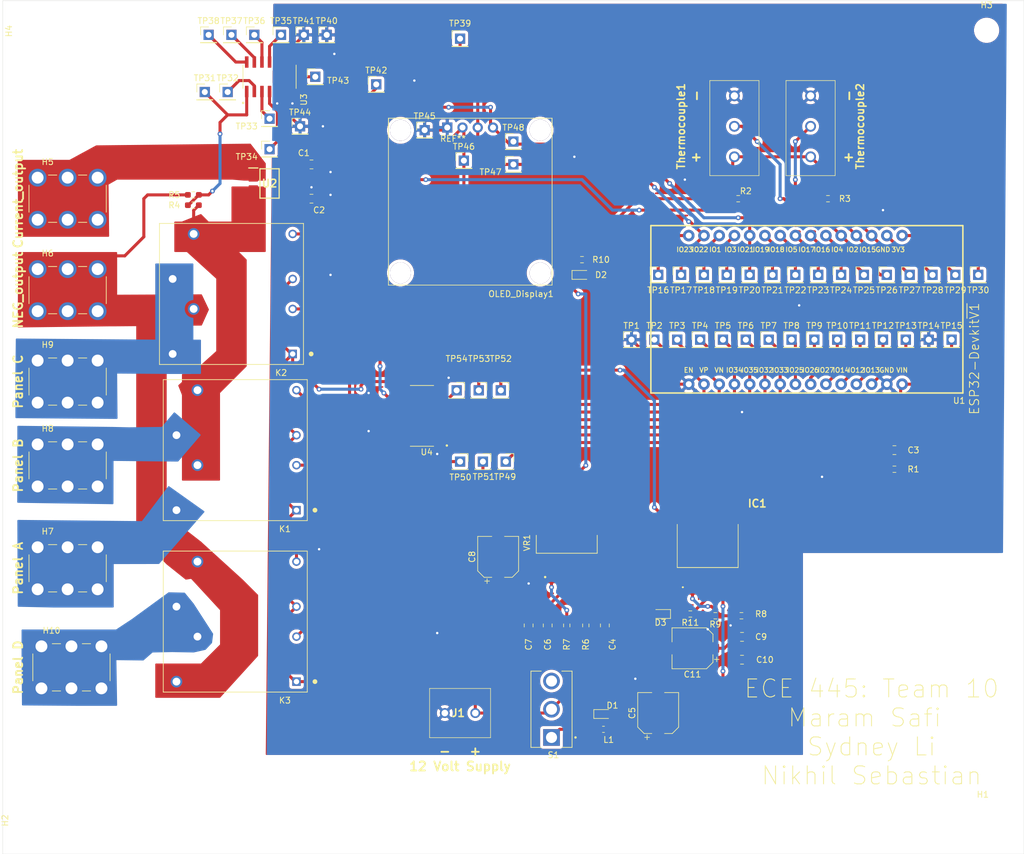
<source format=kicad_pcb>
(kicad_pcb (version 20171130) (host pcbnew "(5.1.10)-1")
  (layers (0 F.Cu signal) (31 B.Cu signal) (34 B.Paste user) (35 F.Paste user) (36 B.SilkS user) (37 F.SilkS user) (38 B.Mask user) (39 F.Mask user) (44 Edge.Cuts user))
  (net 0 "")
  (net 1 +3V3)
  (net 2 NEG_output)
  (net 3 Current_output_voltage)
  (net 4 +5V)
  (net 5 +12V)
  (net 6 Panel_A)
  (net 7 Panel_B)
  (net 8 Panel_C)
  (net 9 POS_output)
  (net 10 Panel_D)
  (net 11 Control_Signal1)
  (net 12 Temp_Output1)
  (net 13 Temp_Output)
  (net 14 SCL)
  (net 15 SDA)
  (net 16 VOLT_output)
  (net 17 "Net-(D2-Pad2)")
  (net 18 "Net-(D3-Pad2)")
  (net 19 "Net-(R6-Pad2)")
  (net 20 "Net-(IC1-Pad1)")
  (net 21 Control_Signal2)
  (net 22 Control_Signal3)
  (net 23 Control_Signal4)
  (net 24 Control_Signal5)
  (net 25 Control_Signal6)
  (net 26 GND1)
  (net 27 "Net-(C2-Pad2)")
  (net 28 "Net-(U4-Pad7)")
  (net 29 "Net-(C5-Pad1)")
  (net 30 "Net-(K1-Pad4)")
  (net 31 "Net-(K1-Pad2)")
  (net 32 "Net-(K2-Pad4)")
  (net 33 "Net-(K2-Pad2)")
  (net 34 "Net-(K3-Pad4)")
  (net 35 "Net-(K3-Pad2)")
  (net 36 GND)
  (net 37 "Net-(U4-Pad12)")
  (net 38 Current_output)
  (net 39 "Net-(TP8-Pad1)")
  (net 40 "Net-(TP9-Pad1)")
  (net 41 "Net-(TP10-Pad1)")
  (net 42 "Net-(TP11-Pad1)")
  (net 43 "Net-(TP12-Pad1)")
  (net 44 "Net-(TP13-Pad1)")
  (net 45 "Net-(TP16-Pad1)")
  (net 46 "Net-(TP18-Pad1)")
  (net 47 "Net-(TP19-Pad1)")
  (net 48 "Net-(TP21-Pad1)")
  (net 49 "Net-(TP22-Pad1)")
  (net 50 "Net-(TP23-Pad1)")
  (net 51 "Net-(TP24-Pad1)")
  (net 52 "Net-(TP25-Pad1)")
  (net 53 "Net-(TP29-Pad1)")
  (net 54 "Net-(TP30-Pad1)")
  (net 55 "Net-(TP38-Pad1)")
  (net 56 "Net-(TP37-Pad1)")
  (net 57 "Net-(TP36-Pad1)")
  (net 58 "Net-(TP35-Pad1)")
  (net 59 "Net-(TP34-Pad1)")
  (net 60 "Net-(TP33-Pad1)")
  (net 61 "Net-(D1-Pad2)")
  (net 62 "Net-(S1-Pad3)")
  (module AH864C_STP:OLEDdisplay (layer F.Cu) (at 89.535 60.325)
    (fp_text reference OLED_Display1 (at 22.225 1.27) (layer F.SilkS))
    (fp_text value Conn_01x04)
    (fp_text user REF** (at 10.8966 -24.6126 180) (layer F.SilkS))
    (pad "" thru_hole circle (at 2.1336 -26.0096) (size 3.5 3.5) (drill 3.5) (layers *.Cu *.Mask))
    (pad "" thru_hole circle (at 2.1336 -2.2352) (size 3.5 3.5) (drill 3.5) (layers *.Cu *.Mask))
    (pad "" thru_hole circle (at 25.4254 -2.2098) (size 3.5 3.5) (drill 3.5) (layers *.Cu *.Mask))
    (pad 3 thru_hole oval (at 15.0114 -26.4668 90) (size 1.7 1.7) (drill 1) (layers *.Cu *.Mask) (net 14 SCL))
    (pad 4 thru_hole oval (at 17.5514 -26.4668 90) (size 1.7 1.7) (drill 1) (layers *.Cu *.Mask) (net 15 SDA))
    (pad 1 thru_hole rect (at 9.9314 -26.4668 90) (size 1.7 1.7) (drill 1) (layers *.Cu *.Mask) (net 26 GND1))
    (pad 2 thru_hole oval (at 12.4714 -26.4668 90) (size 1.7 1.7) (drill 1) (layers *.Cu *.Mask) (net 4 +5V))
    (pad "" thru_hole circle (at 25.4 -26.035) (size 3.5 3.5) (drill 3.5) (layers *.Cu *.Mask))
  )
  (module Connector_PinSocket_2.54mm:PinSocket_1x01_P2.54mm_Vertical (layer F.Cu) (at 109.22 89.535)
    (fp_text reference TP49 (at -0.127 2.54) (layer F.SilkS))
    (fp_text value TestPoint)
    (pad 1 thru_hole rect (at 0 0) (size 1.7 1.7) (drill 1) (layers *.Cu *.Mask) (net 25 Control_Signal6))
  )
  (module Connector_PinSocket_2.54mm:PinSocket_1x01_P2.54mm_Vertical (layer F.Cu) (at 101.6 89.535)
    (fp_text reference TP50 (at 0.0635 2.6035) (layer F.SilkS))
    (fp_text value TestPoint)
    (pad 1 thru_hole rect (at 0 0) (size 1.7 1.7) (drill 1) (layers *.Cu *.Mask) (net 24 Control_Signal5))
  )
  (module ESP32DEVKITV1:ESP32-DEVKITV1 (layer F.Cu) (at 152.4 65.405 180)
    (fp_text reference U1 (at -32.385 -13.97) (layer F.SilkS))
    (fp_text value ESP32DEVKITV1)
    (fp_text user ESP32-Devkit~V1 (at -34.925 -6.985 90) (layer F.SilkS) (effects (font (size 1.52 1.52))))
    (fp_text user EN (at 12.7 -8.89) (layer F.SilkS) (effects (font (size 0.8 0.8))))
    (fp_text user VP (at 10.16 -8.89) (layer F.SilkS) (effects (font (size 0.8 0.8))))
    (fp_text user VN (at 7.62 -8.89) (layer F.SilkS) (effects (font (size 0.8 0.8))))
    (fp_text user IO34 (at 5.08 -8.89) (layer F.SilkS) (effects (font (size 0.8 0.8))))
    (fp_text user IO35 (at 2.54 -8.89) (layer F.SilkS) (effects (font (size 0.8 0.8))))
    (fp_text user IO32 (at 0 -8.89) (layer F.SilkS) (effects (font (size 0.8 0.8))))
    (fp_text user IO33 (at -2.54 -8.89) (layer F.SilkS) (effects (font (size 0.8 0.8))))
    (fp_text user IO25 (at -5.08 -8.89) (layer F.SilkS) (effects (font (size 0.8 0.8))))
    (fp_text user IO26 (at -7.62 -8.89) (layer F.SilkS) (effects (font (size 0.8 0.8))))
    (fp_text user IO27 (at -10.16 -8.89) (layer F.SilkS) (effects (font (size 0.8 0.8))))
    (fp_text user IO14 (at -12.7 -8.89) (layer F.SilkS) (effects (font (size 0.8 0.8))))
    (fp_text user IO12 (at -15.24 -8.89) (layer F.SilkS) (effects (font (size 0.8 0.8))))
    (fp_text user IO13 (at -17.78 -8.89) (layer F.SilkS) (effects (font (size 0.8 0.8))))
    (fp_text user GND (at -20.32 -8.89) (layer F.SilkS) (effects (font (size 0.8 0.8))))
    (fp_text user VIN (at -22.86 -8.89) (layer F.SilkS) (effects (font (size 0.8 0.8))))
    (fp_text user IO23 (at 13.35 11.2) (layer F.SilkS) (effects (font (size 0.8 0.8))))
    (fp_text user IO22 (at 10.81 11.2) (layer F.SilkS) (effects (font (size 0.8 0.8))))
    (fp_text user IO1 (at 8.27 11.2) (layer F.SilkS) (effects (font (size 0.8 0.8))))
    (fp_text user IO3 (at 5.73 11.2) (layer F.SilkS) (effects (font (size 0.8 0.8))))
    (fp_text user IO21 (at 3.19 11.2) (layer F.SilkS) (effects (font (size 0.8 0.8))))
    (fp_text user IO19 (at 0.65 11.2) (layer F.SilkS) (effects (font (size 0.8 0.8))))
    (fp_text user IO18 (at -1.89 11.2) (layer F.SilkS) (effects (font (size 0.8 0.8))))
    (fp_text user IO5 (at -4.43 11.2) (layer F.SilkS) (effects (font (size 0.8 0.8))))
    (fp_text user IO17 (at -6.97 11.2) (layer F.SilkS) (effects (font (size 0.8 0.8))))
    (fp_text user IO16 (at -9.51 11.2) (layer F.SilkS) (effects (font (size 0.8 0.8))))
    (fp_text user IO4 (at -12.05 11.2) (layer F.SilkS) (effects (font (size 0.8 0.8))))
    (fp_text user IO2 (at -14.59 11.2) (layer F.SilkS) (effects (font (size 0.8 0.8))))
    (fp_text user IO15 (at -17.13 11.2) (layer F.SilkS) (effects (font (size 0.8 0.8))))
    (fp_text user GND (at -19.67 11.2) (layer F.SilkS) (effects (font (size 0.8 0.8))))
    (fp_text user 3V3 (at -22.21 11.2) (layer F.SilkS) (effects (font (size 0.8 0.8))))
    (pad 16 thru_hole circle (at 12.69 -11.23 180) (size 1.9304 1.9304) (drill 1) (layers *.Cu *.Mask) (net 26 GND1))
    (pad 17 thru_hole circle (at 10.15 -11.23 180) (size 1.9304 1.9304) (drill 1) (layers *.Cu *.Mask) (net 11 Control_Signal1))
    (pad 18 thru_hole circle (at 7.61 -11.23 180) (size 1.9304 1.9304) (drill 1) (layers *.Cu *.Mask) (net 21 Control_Signal2))
    (pad 19 thru_hole circle (at 5.07 -11.23 180) (size 1.9304 1.9304) (drill 1) (layers *.Cu *.Mask) (net 22 Control_Signal3))
    (pad 20 thru_hole circle (at 2.53 -11.23 180) (size 1.9304 1.9304) (drill 1) (layers *.Cu *.Mask) (net 23 Control_Signal4))
    (pad 21 thru_hole circle (at -0.01 -11.23 180) (size 1.9304 1.9304) (drill 1) (layers *.Cu *.Mask) (net 24 Control_Signal5))
    (pad 22 thru_hole circle (at -2.55 -11.23 180) (size 1.9304 1.9304) (drill 1) (layers *.Cu *.Mask) (net 25 Control_Signal6))
    (pad 23 thru_hole circle (at -5.09 -11.23 180) (size 1.9304 1.9304) (drill 1) (layers *.Cu *.Mask) (net 39 "Net-(TP8-Pad1)"))
    (pad 24 thru_hole circle (at -7.63 -11.23 180) (size 1.9304 1.9304) (drill 1) (layers *.Cu *.Mask) (net 40 "Net-(TP9-Pad1)"))
    (pad 25 thru_hole circle (at -10.17 -11.23 180) (size 1.9304 1.9304) (drill 1) (layers *.Cu *.Mask) (net 41 "Net-(TP10-Pad1)"))
    (pad 26 thru_hole circle (at -12.71 -11.23 180) (size 1.9304 1.9304) (drill 1) (layers *.Cu *.Mask) (net 42 "Net-(TP11-Pad1)"))
    (pad 27 thru_hole circle (at -15.25 -11.23 180) (size 1.9304 1.9304) (drill 1) (layers *.Cu *.Mask) (net 43 "Net-(TP12-Pad1)"))
    (pad 28 thru_hole circle (at -17.79 -11.23 180) (size 1.9304 1.9304) (drill 1) (layers *.Cu *.Mask) (net 44 "Net-(TP13-Pad1)"))
    (pad 29 thru_hole circle (at -20.33 -11.23 180) (size 1.9304 1.9304) (drill 1) (layers *.Cu *.Mask) (net 26 GND1))
    (pad 30 thru_hole circle (at -22.87 -11.23 180) (size 1.9304 1.9304) (drill 1) (layers *.Cu *.Mask) (net 4 +5V))
    (pad 15 thru_hole circle (at 12.69 13.54 180) (size 1.9304 1.9304) (drill 1) (layers *.Cu *.Mask) (net 45 "Net-(TP16-Pad1)"))
    (pad 14 thru_hole circle (at 10.15 13.54 180) (size 1.9304 1.9304) (drill 1) (layers *.Cu *.Mask) (net 14 SCL))
    (pad 13 thru_hole circle (at 7.61 13.54 180) (size 1.9304 1.9304) (drill 1) (layers *.Cu *.Mask) (net 46 "Net-(TP18-Pad1)"))
    (pad 12 thru_hole circle (at 5.07 13.54 180) (size 1.9304 1.9304) (drill 1) (layers *.Cu *.Mask) (net 47 "Net-(TP19-Pad1)"))
    (pad 11 thru_hole circle (at 2.53 13.54 180) (size 1.9304 1.9304) (drill 1) (layers *.Cu *.Mask) (net 15 SDA))
    (pad 10 thru_hole circle (at -0.01 13.54 180) (size 1.9304 1.9304) (drill 1) (layers *.Cu *.Mask) (net 48 "Net-(TP21-Pad1)"))
    (pad 9 thru_hole circle (at -2.55 13.54 180) (size 1.9304 1.9304) (drill 1) (layers *.Cu *.Mask) (net 49 "Net-(TP22-Pad1)"))
    (pad 8 thru_hole circle (at -5.09 13.54 180) (size 1.9304 1.9304) (drill 1) (layers *.Cu *.Mask) (net 50 "Net-(TP23-Pad1)"))
    (pad 7 thru_hole circle (at -7.63 13.54 180) (size 1.9304 1.9304) (drill 1) (layers *.Cu *.Mask) (net 51 "Net-(TP24-Pad1)"))
    (pad 6 thru_hole circle (at -10.17 13.54 180) (size 1.9304 1.9304) (drill 1) (layers *.Cu *.Mask) (net 52 "Net-(TP25-Pad1)"))
    (pad 5 thru_hole circle (at -12.71 13.54 180) (size 1.9304 1.9304) (drill 1) (layers *.Cu *.Mask) (net 3 Current_output_voltage))
    (pad 4 thru_hole circle (at -15.25 13.54 180) (size 1.9304 1.9304) (drill 1) (layers *.Cu *.Mask) (net 13 Temp_Output))
    (pad 3 thru_hole circle (at -17.79 13.54 180) (size 1.9304 1.9304) (drill 1) (layers *.Cu *.Mask) (net 12 Temp_Output1))
    (pad 2 thru_hole circle (at -20.33 13.54 180) (size 1.9304 1.9304) (drill 1) (layers *.Cu *.Mask) (net 53 "Net-(TP29-Pad1)"))
    (pad 1 thru_hole circle (at -22.87 13.54 180) (size 1.9304 1.9304) (drill 1) (layers *.Cu *.Mask) (net 54 "Net-(TP30-Pad1)"))
  )
  (module ACS714ELCTR-30A-T:SOIC127P600X175-8N (layer F.Cu) (at 69.85 43.18)
    (fp_text reference U2 (at 0 0) (layer F.SilkS) (effects (font (size 1.27 1.27) (thickness 0.254))))
    (fp_text value ACS714xLCTR-30A hide)
    (pad 8 smd rect (at 2.712 -1.905 90) (size 0.65 1.525) (layers F.Cu F.Paste F.Mask) (net 4 +5V))
    (pad 7 smd rect (at 2.712 -0.635 90) (size 0.65 1.525) (layers F.Cu F.Paste F.Mask) (net 3 Current_output_voltage))
    (pad 6 smd rect (at 2.712 0.635 90) (size 0.65 1.525) (layers F.Cu F.Paste F.Mask) (net 27 "Net-(C2-Pad2)"))
    (pad 5 smd rect (at 2.712 1.905 90) (size 0.65 1.525) (layers F.Cu F.Paste F.Mask) (net 26 GND1))
    (pad 4 smd rect (at -2.712 1.905 90) (size 0.65 1.525) (layers F.Cu F.Paste F.Mask) (net 9 POS_output))
    (pad 3 smd rect (at -2.712 0.635 90) (size 0.65 1.525) (layers F.Cu F.Paste F.Mask) (net 9 POS_output))
    (pad 2 smd rect (at -2.712 -0.635 90) (size 0.65 1.525) (layers F.Cu F.Paste F.Mask) (net 38 Current_output))
    (pad 1 smd rect (at -2.712 -1.905 90) (size 0.65 1.525) (layers F.Cu F.Paste F.Mask) (net 38 Current_output))
  )
  (module Connector_PinSocket_2.54mm:PinSocket_1x01_P2.54mm_Vertical (layer F.Cu) (at 101.0285 77.6605)
    (fp_text reference TP54 (at 0 -5.2705) (layer F.SilkS))
    (fp_text value TestPoint)
    (pad 1 thru_hole rect (at 0 0) (size 1.7 1.7) (drill 1) (layers *.Cu *.Mask) (net 11 Control_Signal1))
  )
  (module Connector_PinSocket_2.54mm:PinSocket_1x01_P2.54mm_Vertical (layer F.Cu) (at 104.7115 77.6605)
    (fp_text reference TP53 (at 0.0635 -5.2705) (layer F.SilkS))
    (fp_text value TestPoint)
    (pad 1 thru_hole rect (at 0 0) (size 1.7 1.7) (drill 1) (layers *.Cu *.Mask) (net 21 Control_Signal2))
  )
  (module Connector_PinSocket_2.54mm:PinSocket_1x01_P2.54mm_Vertical (layer F.Cu) (at 108.3945 77.6605)
    (fp_text reference TP52 (at 0 -5.2705) (layer F.SilkS))
    (fp_text value TestPoint)
    (pad 1 thru_hole rect (at 0 0) (size 1.7 1.7) (drill 1) (layers *.Cu *.Mask) (net 22 Control_Signal3))
  )
  (module Connector_PinSocket_2.54mm:PinSocket_1x01_P2.54mm_Vertical (layer F.Cu) (at 105.41 89.535)
    (fp_text reference TP51 (at 0.127 2.54) (layer F.SilkS))
    (fp_text value TestPoint)
    (pad 1 thru_hole rect (at 0 0) (size 1.7 1.7) (drill 1) (layers *.Cu *.Mask) (net 23 Control_Signal4))
  )
  (module FTR-J2AK006W:RELAY_FTR-J2AK006W (layer F.Cu) (at 64.135 116.205 180)
    (fp_text reference K3 (at -8.277375 -13.138885) (layer F.SilkS) (effects (font (size 1.000291 1.000291))))
    (fp_text value FTR-J2AK006W)
    (pad 5 thru_hole circle (at 9.8 -10 180) (size 1.95 1.95) (drill 1.3) (layers *.Cu *.Mask) (net 2 NEG_output))
    (pad 8 thru_hole circle (at 6.3 10 180) (size 1.95 1.95) (drill 1.3) (layers *.Cu *.Mask) (net 2 NEG_output))
    (pad 7 thru_hole circle (at 9.8 2.5 180) (size 1.95 1.95) (drill 1.3) (layers *.Cu *.Mask) (net 10 Panel_D))
    (pad 6 thru_hole circle (at 6.3 -2.5 180) (size 1.95 1.95) (drill 1.3) (layers *.Cu *.Mask) (net 10 Panel_D))
    (pad 4 thru_hole circle (at -10.2 10 180) (size 1.408 1.408) (drill 0.9) (layers *.Cu *.Mask) (net 34 "Net-(K3-Pad4)"))
    (pad 1 thru_hole rect (at -10.2 -10 180) (size 1.408 1.408) (drill 0.9) (layers *.Cu *.Mask) (net 5 +12V))
    (pad 3 thru_hole circle (at -10.2 2.5 180) (size 1.408 1.408) (drill 0.9) (layers *.Cu *.Mask) (net 5 +12V))
    (pad 2 thru_hole circle (at -10.2 -2.5 180) (size 1.408 1.408) (drill 0.9) (layers *.Cu *.Mask) (net 35 "Net-(K3-Pad2)"))
  )
  (module Connector_PinHeader_2.54mm:PinHeader_1x01_P2.54mm_Vertical (layer F.Cu) (at 110.49 36.195)
    (fp_text reference TP48 (at 0 -2.33) (layer F.SilkS))
    (fp_text value TestPoint)
    (pad 1 thru_hole rect (at 0 0) (size 1.7 1.7) (drill 1) (layers *.Cu *.Mask) (net 15 SDA))
  )
  (module Connector_PinHeader_2.54mm:PinHeader_1x01_P2.54mm_Vertical (layer F.Cu) (at 110.49 40.005)
    (fp_text reference TP47 (at -3.81 1.27) (layer F.SilkS))
    (fp_text value TestPoint)
    (pad 1 thru_hole rect (at 0 0) (size 1.7 1.7) (drill 1) (layers *.Cu *.Mask) (net 14 SCL))
  )
  (module Connector_PinHeader_2.54mm:PinHeader_1x01_P2.54mm_Vertical (layer F.Cu) (at 102.235 39.37)
    (fp_text reference TP46 (at 0 -2.33) (layer F.SilkS))
    (fp_text value TestPoint)
    (pad 1 thru_hole rect (at 0 0) (size 1.7 1.7) (drill 1) (layers *.Cu *.Mask) (net 4 +5V))
  )
  (module Connector_PinHeader_2.54mm:PinHeader_1x01_P2.54mm_Vertical (layer F.Cu) (at 95.6945 34.29)
    (fp_text reference TP45 (at 0 -2.33) (layer F.SilkS))
    (fp_text value TestPoint)
    (pad 1 thru_hole rect (at 0 0) (size 1.7 1.7) (drill 1) (layers *.Cu *.Mask) (net 26 GND1))
  )
  (module Connector_PinHeader_2.54mm:PinHeader_1x01_P2.54mm_Vertical (layer F.Cu) (at 74.93 33.655)
    (fp_text reference TP44 (at 0 -2.33) (layer F.SilkS))
    (fp_text value TestPoint)
    (pad 1 thru_hole rect (at 0 0) (size 1.7 1.7) (drill 1) (layers *.Cu *.Mask) (net 26 GND1))
  )
  (module Connector_PinHeader_2.54mm:PinHeader_1x01_P2.54mm_Vertical (layer F.Cu) (at 77.47 25.4)
    (fp_text reference TP43 (at 3.81 0.635) (layer F.SilkS))
    (fp_text value TestPoint)
    (pad 1 thru_hole rect (at 0 0) (size 1.7 1.7) (drill 1) (layers *.Cu *.Mask) (net 4 +5V))
  )
  (module Connector_PinHeader_2.54mm:PinHeader_1x01_P2.54mm_Vertical (layer F.Cu) (at 87.63 26.67)
    (fp_text reference TP42 (at 0 -2.33) (layer F.SilkS))
    (fp_text value TestPoint)
    (pad 1 thru_hole rect (at 0 0) (size 1.7 1.7) (drill 1) (layers *.Cu *.Mask) (net 15 SDA))
  )
  (module Connector_PinHeader_2.54mm:PinHeader_1x01_P2.54mm_Vertical (layer F.Cu) (at 75.565 18.415)
    (fp_text reference TP41 (at 0 -2.33) (layer F.SilkS))
    (fp_text value TestPoint)
    (pad 1 thru_hole rect (at 0 0) (size 1.7 1.7) (drill 1) (layers *.Cu *.Mask) (net 26 GND1))
  )
  (module Connector_PinHeader_2.54mm:PinHeader_1x01_P2.54mm_Vertical (layer F.Cu) (at 79.375 18.415)
    (fp_text reference TP40 (at 0 -2.33) (layer F.SilkS))
    (fp_text value TestPoint)
    (pad 1 thru_hole rect (at 0 0) (size 1.7 1.7) (drill 1) (layers *.Cu *.Mask) (net 26 GND1))
  )
  (module Connector_PinHeader_2.54mm:PinHeader_1x01_P2.54mm_Vertical (layer F.Cu) (at 101.6 19.05)
    (fp_text reference TP39 (at 0 -2.54) (layer F.SilkS))
    (fp_text value TestPoint)
    (pad 1 thru_hole rect (at 0 0) (size 1.7 1.7) (drill 1) (layers *.Cu *.Mask) (net 14 SCL))
  )
  (module Connector_PinHeader_2.54mm:PinHeader_1x01_P2.54mm_Vertical (layer F.Cu) (at 59.69 18.415)
    (fp_text reference TP38 (at 0 -2.33) (layer F.SilkS))
    (fp_text value TestPoint)
    (pad 1 thru_hole rect (at 0 0) (size 1.7 1.7) (drill 1) (layers *.Cu *.Mask) (net 55 "Net-(TP38-Pad1)"))
  )
  (module Connector_PinHeader_2.54mm:PinHeader_1x01_P2.54mm_Vertical (layer F.Cu) (at 63.5 18.415)
    (fp_text reference TP37 (at 0 -2.33) (layer F.SilkS))
    (fp_text value TestPoint)
    (pad 1 thru_hole rect (at 0 0) (size 1.7 1.7) (drill 1) (layers *.Cu *.Mask) (net 56 "Net-(TP37-Pad1)"))
  )
  (module Connector_PinHeader_2.54mm:PinHeader_1x01_P2.54mm_Vertical (layer F.Cu) (at 67.31 18.415)
    (fp_text reference TP36 (at 0 -2.33) (layer F.SilkS))
    (fp_text value TestPoint)
    (pad 1 thru_hole rect (at 0 0) (size 1.7 1.7) (drill 1) (layers *.Cu *.Mask) (net 57 "Net-(TP36-Pad1)"))
  )
  (module Connector_PinHeader_2.54mm:PinHeader_1x01_P2.54mm_Vertical (layer F.Cu) (at 71.755 18.415)
    (fp_text reference TP35 (at 0 -2.33) (layer F.SilkS))
    (fp_text value TestPoint)
    (pad 1 thru_hole rect (at 0 0) (size 1.7 1.7) (drill 1) (layers *.Cu *.Mask) (net 58 "Net-(TP35-Pad1)"))
  )
  (module Connector_PinHeader_2.54mm:PinHeader_1x01_P2.54mm_Vertical (layer F.Cu) (at 69.85 37.465)
    (fp_text reference TP34 (at -3.81 1.27) (layer F.SilkS))
    (fp_text value TestPoint)
    (pad 1 thru_hole rect (at 0 0) (size 1.7 1.7) (drill 1) (layers *.Cu *.Mask) (net 59 "Net-(TP34-Pad1)"))
  )
  (module Connector_PinHeader_2.54mm:PinHeader_1x01_P2.54mm_Vertical (layer F.Cu) (at 69.85 32.385)
    (fp_text reference TP33 (at -3.81 1.27) (layer F.SilkS))
    (fp_text value TestPoint)
    (pad 1 thru_hole rect (at 0 0) (size 1.7 1.7) (drill 1) (layers *.Cu *.Mask) (net 60 "Net-(TP33-Pad1)"))
  )
  (module Connector_PinHeader_2.54mm:PinHeader_1x01_P2.54mm_Vertical (layer F.Cu) (at 62.865 27.94)
    (fp_text reference TP32 (at 0 -2.33) (layer F.SilkS))
    (fp_text value TestPoint)
    (pad 1 thru_hole rect (at 0 0) (size 1.7 1.7) (drill 1) (layers *.Cu *.Mask) (net 36 GND))
  )
  (module Connector_PinHeader_2.54mm:PinHeader_1x01_P2.54mm_Vertical (layer F.Cu) (at 59.055 27.94)
    (fp_text reference TP31 (at 0 -2.33) (layer F.SilkS))
    (fp_text value TestPoint)
    (pad 1 thru_hole rect (at 0 0) (size 1.7 1.7) (drill 1) (layers *.Cu *.Mask) (net 16 VOLT_output))
  )
  (module Connector_PinHeader_2.54mm:PinHeader_1x01_P2.54mm_Vertical (layer F.Cu) (at 160.655 69.215)
    (fp_text reference TP9 (at 0 -2.33) (layer F.SilkS))
    (fp_text value TestPoint)
    (pad 1 thru_hole rect (at 0 0) (size 1.7 1.7) (drill 1) (layers *.Cu *.Mask) (net 40 "Net-(TP9-Pad1)"))
  )
  (module 100SP1T1B4M2QE:SW_100SP1T1B4M2QE (layer F.Cu) (at 116.84 130.81 180)
    (fp_text reference S1 (at -0.325 -7.635) (layer F.SilkS))
    (fp_text value 100SP1T1B4M2QE)
    (pad 3 thru_hole circle (at 0 4.7 180) (size 2.775 2.775) (drill 1.85) (layers *.Cu *.Mask) (net 62 "Net-(S1-Pad3)"))
    (pad 2 thru_hole circle (at 0 0 180) (size 2.775 2.775) (drill 1.85) (layers *.Cu *.Mask) (net 5 +12V))
    (pad 1 thru_hole rect (at 0 -4.7 180) (size 2.775 2.775) (drill 1.85) (layers *.Cu *.Mask) (net 61 "Net-(D1-Pad2)"))
  )
  (module Connector_PinHeader_2.54mm:PinHeader_1x01_P2.54mm_Vertical (layer F.Cu) (at 187.96 58.42)
    (fp_text reference TP30 (at 0 2.54) (layer F.SilkS))
    (fp_text value TestPoint)
    (pad 1 thru_hole rect (at 0 0) (size 1.7 1.7) (drill 1) (layers *.Cu *.Mask) (net 54 "Net-(TP30-Pad1)"))
  )
  (module Connector_PinHeader_2.54mm:PinHeader_1x01_P2.54mm_Vertical (layer F.Cu) (at 184.15 58.42)
    (fp_text reference TP29 (at 0 2.54) (layer F.SilkS))
    (fp_text value TestPoint)
    (pad 1 thru_hole rect (at 0 0) (size 1.7 1.7) (drill 1) (layers *.Cu *.Mask) (net 53 "Net-(TP29-Pad1)"))
  )
  (module Connector_PinHeader_2.54mm:PinHeader_1x01_P2.54mm_Vertical (layer F.Cu) (at 180.34 58.42)
    (fp_text reference TP28 (at 0 2.54) (layer F.SilkS))
    (fp_text value TestPoint)
    (pad 1 thru_hole rect (at 0 0) (size 1.7 1.7) (drill 1) (layers *.Cu *.Mask) (net 12 Temp_Output1))
  )
  (module Connector_PinHeader_2.54mm:PinHeader_1x01_P2.54mm_Vertical (layer F.Cu) (at 176.53 58.42)
    (fp_text reference TP27 (at 0 2.54) (layer F.SilkS))
    (fp_text value TestPoint)
    (pad 1 thru_hole rect (at 0 0) (size 1.7 1.7) (drill 1) (layers *.Cu *.Mask) (net 13 Temp_Output))
  )
  (module Connector_PinHeader_2.54mm:PinHeader_1x01_P2.54mm_Vertical (layer F.Cu) (at 172.72 58.42)
    (fp_text reference TP26 (at 0 2.54) (layer F.SilkS))
    (fp_text value TestPoint)
    (pad 1 thru_hole rect (at 0 0) (size 1.7 1.7) (drill 1) (layers *.Cu *.Mask) (net 3 Current_output_voltage))
  )
  (module Connector_PinHeader_2.54mm:PinHeader_1x01_P2.54mm_Vertical (layer F.Cu) (at 168.91 58.42)
    (fp_text reference TP25 (at 0 2.54) (layer F.SilkS))
    (fp_text value TestPoint)
    (pad 1 thru_hole rect (at 0 0) (size 1.7 1.7) (drill 1) (layers *.Cu *.Mask) (net 52 "Net-(TP25-Pad1)"))
  )
  (module Connector_PinHeader_2.54mm:PinHeader_1x01_P2.54mm_Vertical (layer F.Cu) (at 165.1 58.42)
    (fp_text reference TP24 (at 0 2.54) (layer F.SilkS))
    (fp_text value TestPoint)
    (pad 1 thru_hole rect (at 0 0) (size 1.7 1.7) (drill 1) (layers *.Cu *.Mask) (net 51 "Net-(TP24-Pad1)"))
  )
  (module Connector_PinHeader_2.54mm:PinHeader_1x01_P2.54mm_Vertical (layer F.Cu) (at 161.29 58.42)
    (fp_text reference TP23 (at 0 2.54) (layer F.SilkS))
    (fp_text value TestPoint)
    (pad 1 thru_hole rect (at 0 0) (size 1.7 1.7) (drill 1) (layers *.Cu *.Mask) (net 50 "Net-(TP23-Pad1)"))
  )
  (module Connector_PinHeader_2.54mm:PinHeader_1x01_P2.54mm_Vertical (layer F.Cu) (at 157.48 58.42)
    (fp_text reference TP22 (at 0 2.54) (layer F.SilkS))
    (fp_text value TestPoint)
    (pad 1 thru_hole rect (at 0 0) (size 1.7 1.7) (drill 1) (layers *.Cu *.Mask) (net 49 "Net-(TP22-Pad1)"))
  )
  (module Connector_PinHeader_2.54mm:PinHeader_1x01_P2.54mm_Vertical (layer F.Cu) (at 153.67 58.42)
    (fp_text reference TP21 (at 0 2.54) (layer F.SilkS))
    (fp_text value TestPoint)
    (pad 1 thru_hole rect (at 0 0) (size 1.7 1.7) (drill 1) (layers *.Cu *.Mask) (net 48 "Net-(TP21-Pad1)"))
  )
  (module Connector_PinHeader_2.54mm:PinHeader_1x01_P2.54mm_Vertical (layer F.Cu) (at 149.86 58.42)
    (fp_text reference TP20 (at 0 2.54) (layer F.SilkS))
    (fp_text value TestPoint)
    (pad 1 thru_hole rect (at 0 0) (size 1.7 1.7) (drill 1) (layers *.Cu *.Mask) (net 15 SDA))
  )
  (module Connector_PinHeader_2.54mm:PinHeader_1x01_P2.54mm_Vertical (layer F.Cu) (at 146.05 58.42)
    (fp_text reference TP19 (at 0 2.54) (layer F.SilkS))
    (fp_text value TestPoint)
    (pad 1 thru_hole rect (at 0 0) (size 1.7 1.7) (drill 1) (layers *.Cu *.Mask) (net 47 "Net-(TP19-Pad1)"))
  )
  (module Connector_PinHeader_2.54mm:PinHeader_1x01_P2.54mm_Vertical (layer F.Cu) (at 142.24 58.42)
    (fp_text reference TP18 (at 0 2.54) (layer F.SilkS))
    (fp_text value TestPoint)
    (pad 1 thru_hole rect (at 0 0) (size 1.7 1.7) (drill 1) (layers *.Cu *.Mask) (net 46 "Net-(TP18-Pad1)"))
  )
  (module Connector_PinHeader_2.54mm:PinHeader_1x01_P2.54mm_Vertical (layer F.Cu) (at 183.515 69.215)
    (fp_text reference TP15 (at 0 -2.33) (layer F.SilkS))
    (fp_text value TestPoint)
    (pad 1 thru_hole rect (at 0 0) (size 1.7 1.7) (drill 1) (layers *.Cu *.Mask) (net 4 +5V))
  )
  (module Connector_PinHeader_2.54mm:PinHeader_1x01_P2.54mm_Vertical (layer F.Cu) (at 179.705 69.215)
    (fp_text reference TP14 (at 0 -2.33) (layer F.SilkS))
    (fp_text value TestPoint)
    (pad 1 thru_hole rect (at 0 0) (size 1.7 1.7) (drill 1) (layers *.Cu *.Mask) (net 26 GND1))
  )
  (module Connector_PinHeader_2.54mm:PinHeader_1x01_P2.54mm_Vertical (layer F.Cu) (at 175.895 69.215)
    (fp_text reference TP13 (at 0 -2.33) (layer F.SilkS))
    (fp_text value TestPoint)
    (pad 1 thru_hole rect (at 0 0) (size 1.7 1.7) (drill 1) (layers *.Cu *.Mask) (net 44 "Net-(TP13-Pad1)"))
  )
  (module Connector_PinHeader_2.54mm:PinHeader_1x01_P2.54mm_Vertical (layer F.Cu) (at 172.085 69.215)
    (fp_text reference TP12 (at 0 -2.33) (layer F.SilkS))
    (fp_text value TestPoint)
    (pad 1 thru_hole rect (at 0 0) (size 1.7 1.7) (drill 1) (layers *.Cu *.Mask) (net 43 "Net-(TP12-Pad1)"))
  )
  (module Connector_PinHeader_2.54mm:PinHeader_1x01_P2.54mm_Vertical (layer F.Cu) (at 168.275 69.215)
    (fp_text reference TP11 (at 0 -2.33) (layer F.SilkS))
    (fp_text value TestPoint)
    (pad 1 thru_hole rect (at 0 0) (size 1.7 1.7) (drill 1) (layers *.Cu *.Mask) (net 42 "Net-(TP11-Pad1)"))
  )
  (module Connector_PinHeader_2.54mm:PinHeader_1x01_P2.54mm_Vertical (layer F.Cu) (at 164.465 69.215)
    (fp_text reference TP10 (at 0 -2.33) (layer F.SilkS))
    (fp_text value TestPoint)
    (pad 1 thru_hole rect (at 0 0) (size 1.7 1.7) (drill 1) (layers *.Cu *.Mask) (net 41 "Net-(TP10-Pad1)"))
  )
  (module Connector_PinHeader_2.54mm:PinHeader_1x01_P2.54mm_Vertical (layer F.Cu) (at 156.845 69.215)
    (fp_text reference TP8 (at 0 -2.33) (layer F.SilkS))
    (fp_text value TestPoint)
    (pad 1 thru_hole rect (at 0 0) (size 1.7 1.7) (drill 1) (layers *.Cu *.Mask) (net 39 "Net-(TP8-Pad1)"))
  )
  (module Connector_PinHeader_2.54mm:PinHeader_1x01_P2.54mm_Vertical (layer F.Cu) (at 153.035 69.215)
    (fp_text reference TP7 (at 0 -2.33) (layer F.SilkS))
    (fp_text value TestPoint)
    (pad 1 thru_hole rect (at 0 0) (size 1.7 1.7) (drill 1) (layers *.Cu *.Mask) (net 25 Control_Signal6))
  )
  (module Connector_PinHeader_2.54mm:PinHeader_1x01_P2.54mm_Vertical (layer F.Cu) (at 149.225 69.215)
    (fp_text reference TP6 (at 0 -2.33) (layer F.SilkS))
    (fp_text value TestPoint)
    (pad 1 thru_hole rect (at 0 0) (size 1.7 1.7) (drill 1) (layers *.Cu *.Mask) (net 24 Control_Signal5))
  )
  (module Connector_PinHeader_2.54mm:PinHeader_1x01_P2.54mm_Vertical (layer F.Cu) (at 145.415 69.215)
    (fp_text reference TP5 (at 0 -2.33) (layer F.SilkS))
    (fp_text value TestPoint)
    (pad 1 thru_hole rect (at 0 0) (size 1.7 1.7) (drill 1) (layers *.Cu *.Mask) (net 23 Control_Signal4))
  )
  (module Connector_PinHeader_2.54mm:PinHeader_1x01_P2.54mm_Vertical (layer F.Cu) (at 141.605 69.215)
    (fp_text reference TP4 (at 0 -2.33) (layer F.SilkS))
    (fp_text value TestPoint)
    (pad 1 thru_hole rect (at 0 0) (size 1.7 1.7) (drill 1) (layers *.Cu *.Mask) (net 22 Control_Signal3))
  )
  (module Connector_PinHeader_2.54mm:PinHeader_1x01_P2.54mm_Vertical (layer F.Cu) (at 137.795 69.215)
    (fp_text reference TP3 (at 0 -2.33) (layer F.SilkS))
    (fp_text value TestPoint)
    (pad 1 thru_hole rect (at 0 0) (size 1.7 1.7) (drill 1) (layers *.Cu *.Mask) (net 21 Control_Signal2))
  )
  (module Connector_PinHeader_2.54mm:PinHeader_1x01_P2.54mm_Vertical (layer F.Cu) (at 133.985 69.215)
    (fp_text reference TP2 (at 0 -2.33) (layer F.SilkS))
    (fp_text value TestPoint)
    (pad 1 thru_hole rect (at 0 0) (size 1.7 1.7) (drill 1) (layers *.Cu *.Mask) (net 11 Control_Signal1))
  )
  (module Connector_PinHeader_2.54mm:PinHeader_1x01_P2.54mm_Vertical (layer F.Cu) (at 130.175 69.215)
    (fp_text reference TP1 (at 0 -2.33) (layer F.SilkS))
    (fp_text value TestPoint)
    (pad 1 thru_hole rect (at 0 0) (size 1.7 1.7) (drill 1) (layers *.Cu *.Mask) (net 26 GND1))
  )
  (module Connector_PinHeader_2.54mm:PinHeader_1x01_P2.54mm_Vertical (layer F.Cu) (at 138.43 58.42)
    (fp_text reference TP17 (at 0 2.54) (layer F.SilkS))
    (fp_text value TestPoint)
    (pad 1 thru_hole rect (at 0 0) (size 1.7 1.7) (drill 1) (layers *.Cu *.Mask) (net 14 SCL))
  )
  (module Connector_PinHeader_2.54mm:PinHeader_1x01_P2.54mm_Vertical (layer F.Cu) (at 134.62 58.42)
    (fp_text reference TP16 (at 0 2.54) (layer F.SilkS))
    (fp_text value TestPoint)
    (pad 1 thru_hole rect (at 0 0) (size 1.7 1.7) (drill 1) (layers *.Cu *.Mask) (net 45 "Net-(TP16-Pad1)"))
  )
  (module "ULN2003BDR (1):SOIC127P600X175-16N" (layer F.Cu) (at 95.25 81.915 180)
    (fp_text reference U4 (at -0.795 -6.035) (layer F.SilkS))
    (fp_text value ULN2003BDR)
    (pad 16 smd roundrect (at 2.475 -4.445 180) (size 1.97 0.6) (layers F.Cu F.Paste F.Mask) (roundrect_rratio 0.07000000000000001) (net 35 "Net-(K3-Pad2)"))
    (pad 15 smd roundrect (at 2.475 -3.175 180) (size 1.97 0.6) (layers F.Cu F.Paste F.Mask) (roundrect_rratio 0.07000000000000001) (net 34 "Net-(K3-Pad4)"))
    (pad 14 smd roundrect (at 2.475 -1.905 180) (size 1.97 0.6) (layers F.Cu F.Paste F.Mask) (roundrect_rratio 0.07000000000000001) (net 31 "Net-(K1-Pad2)"))
    (pad 13 smd roundrect (at 2.475 -0.635 180) (size 1.97 0.6) (layers F.Cu F.Paste F.Mask) (roundrect_rratio 0.07000000000000001) (net 30 "Net-(K1-Pad4)"))
    (pad 12 smd roundrect (at 2.475 0.635 180) (size 1.97 0.6) (layers F.Cu F.Paste F.Mask) (roundrect_rratio 0.07000000000000001) (net 37 "Net-(U4-Pad12)"))
    (pad 11 smd roundrect (at 2.475 1.905 180) (size 1.97 0.6) (layers F.Cu F.Paste F.Mask) (roundrect_rratio 0.07000000000000001) (net 33 "Net-(K2-Pad2)"))
    (pad 10 smd roundrect (at 2.475 3.175 180) (size 1.97 0.6) (layers F.Cu F.Paste F.Mask) (roundrect_rratio 0.07000000000000001) (net 32 "Net-(K2-Pad4)"))
    (pad 9 smd roundrect (at 2.475 4.445 180) (size 1.97 0.6) (layers F.Cu F.Paste F.Mask) (roundrect_rratio 0.07000000000000001) (net 5 +12V))
    (pad 8 smd roundrect (at -2.475 4.445 180) (size 1.97 0.6) (layers F.Cu F.Paste F.Mask) (roundrect_rratio 0.07000000000000001) (net 26 GND1))
    (pad 7 smd roundrect (at -2.475 3.175 180) (size 1.97 0.6) (layers F.Cu F.Paste F.Mask) (roundrect_rratio 0.07000000000000001) (net 28 "Net-(U4-Pad7)"))
    (pad 6 smd roundrect (at -2.475 1.905 180) (size 1.97 0.6) (layers F.Cu F.Paste F.Mask) (roundrect_rratio 0.07000000000000001) (net 11 Control_Signal1))
    (pad 5 smd roundrect (at -2.475 0.635 180) (size 1.97 0.6) (layers F.Cu F.Paste F.Mask) (roundrect_rratio 0.07000000000000001) (net 21 Control_Signal2))
    (pad 4 smd roundrect (at -2.475 -0.635 180) (size 1.97 0.6) (layers F.Cu F.Paste F.Mask) (roundrect_rratio 0.07000000000000001) (net 22 Control_Signal3))
    (pad 3 smd roundrect (at -2.475 -1.905 180) (size 1.97 0.6) (layers F.Cu F.Paste F.Mask) (roundrect_rratio 0.07000000000000001) (net 23 Control_Signal4))
    (pad 2 smd roundrect (at -2.475 -3.175 180) (size 1.97 0.6) (layers F.Cu F.Paste F.Mask) (roundrect_rratio 0.07000000000000001) (net 24 Control_Signal5))
    (pad 1 smd roundrect (at -2.475 -4.445 180) (size 1.97 0.6) (layers F.Cu F.Paste F.Mask) (roundrect_rratio 0.07000000000000001) (net 25 Control_Signal6))
  )
  (module Inductor_SMD:L_0603_1608Metric_Pad1.05x0.95mm_HandSolder (layer F.Cu) (at 125.500001 134.155001 180)
    (fp_text reference L1 (at -0.864999 -1.734999) (layer F.SilkS))
    (fp_text value 100u)
    (pad 2 smd roundrect (at 0.875 0 180) (size 1.05 0.95) (layers F.Cu F.Paste F.Mask) (net 61 "Net-(D1-Pad2)"))
    (pad 1 smd roundrect (at -0.875 0 180) (size 1.05 0.95) (layers F.Cu F.Paste F.Mask) (net 29 "Net-(C5-Pad1)"))
  )
  (module Diode_SMD:D_0603_1608Metric_Pad1.05x0.95mm_HandSolder (layer F.Cu) (at 125.545001 131.605001)
    (fp_text reference D1 (at 1.454999 -1.430001) (layer F.SilkS))
    (fp_text value D)
    (pad 2 smd roundrect (at 0.875 0) (size 1.05 0.95) (layers F.Cu F.Paste F.Mask) (net 61 "Net-(D1-Pad2)"))
    (pad 1 smd roundrect (at -0.875 0) (size 1.05 0.95) (layers F.Cu F.Paste F.Mask) (net 26 GND1))
  )
  (module Resistor_SMD:R_0603_1608Metric_Pad0.98x0.95mm_HandSolder (layer F.Cu) (at 162.9175 45.72)
    (fp_text reference R3 (at 2.8175 0) (layer F.SilkS))
    (fp_text value 4.7k)
    (pad 2 smd roundrect (at 0.9125 0) (size 0.975 0.95) (layers F.Cu F.Paste F.Mask) (net 1 +3V3))
    (pad 1 smd roundrect (at -0.9125 0) (size 0.975 0.95) (layers F.Cu F.Paste F.Mask) (net 1 +3V3))
  )
  (module 282837-3:2828373 (layer F.Cu) (at 160.02 38.735 90)
    (fp_text reference Thermocouple2 (at 5.08 8.255 90) (layer F.SilkS) (effects (font (size 1.27 1.27) (thickness 0.254))))
    (fp_text value Screw_Terminal_01x03 hide)
    (pad 3 thru_hole circle (at 10.16 0 90) (size 1.8 1.8) (drill 1.2) (layers *.Cu *.Mask) (net 26 GND1))
    (pad 2 thru_hole circle (at 5.08 0 90) (size 1.8 1.8) (drill 1.2) (layers *.Cu *.Mask) (net 12 Temp_Output1))
    (pad 1 thru_hole circle (at 0 0 90) (size 1.8 1.8) (drill 1.2) (layers *.Cu *.Mask) (net 1 +3V3))
  )
  (module 282837-3:2828373 (layer F.Cu) (at 147.32 38.735 90)
    (fp_text reference Thermocouple1 (at 5.08 -8.89 90) (layer F.SilkS) (effects (font (size 1.27 1.27) (thickness 0.254))))
    (fp_text value Screw_Terminal_01x03 hide)
    (pad 3 thru_hole circle (at 10.16 0 90) (size 1.8 1.8) (drill 1.2) (layers *.Cu *.Mask) (net 26 GND1))
    (pad 2 thru_hole circle (at 5.08 0 90) (size 1.8 1.8) (drill 1.2) (layers *.Cu *.Mask) (net 13 Temp_Output))
    (pad 1 thru_hole circle (at 0 0 90) (size 1.8 1.8) (drill 1.2) (layers *.Cu *.Mask) (net 1 +3V3))
  )
  (module 282837-2:2828372 (layer F.Cu) (at 99.06 131.445)
    (fp_text reference J1 (at 2.24 0) (layer F.SilkS) (effects (font (size 1.27 1.27) (thickness 0.254))))
    (fp_text value Screw_Terminal_01x02 hide)
    (pad 2 thru_hole circle (at 5.08 0) (size 1.65 1.65) (drill 1.1) (layers *.Cu *.Mask) (net 5 +12V))
    (pad 1 thru_hole circle (at 0 0) (size 1.65 1.65) (drill 1.1) (layers *.Cu *.Mask) (net 26 GND1))
  )
  (module LM1117SX-3:TO254P1435X464-4N (layer F.Cu) (at 119.38 102.235 90)
    (fp_text reference VR1 (at -0.825 -6.635 90) (layer F.SilkS))
    (fp_text value LM1117SX-3.3_NOPB)
    (pad 4 smd rect (at 4.16 0 90) (size 6.84 10.58) (layers F.Cu F.Mask) (net 1 +3V3))
    (pad 3 smd rect (at -6.19 2.54 90) (size 2.79 1.05) (layers F.Cu F.Paste F.Mask) (net 5 +12V))
    (pad 2 smd rect (at -6.19 0 90) (size 2.79 1.05) (layers F.Cu F.Paste F.Mask) (net 1 +3V3))
    (pad 1 smd rect (at -6.19 -2.54 90) (size 2.79 1.05) (layers F.Cu F.Paste F.Mask) (net 19 "Net-(R6-Pad2)"))
  )
  (module MCP3428-E_SL:SOIC127P600X175-14N (layer F.Cu) (at 69.85 25.4 90)
    (fp_text reference U3 (at -3.81 5.715 90) (layer F.SilkS))
    (fp_text value MCP3428-E_SL)
    (pad 14 smd roundrect (at 2.455 -3.81 90) (size 1.9 0.6) (layers F.Cu F.Paste F.Mask) (roundrect_rratio 0.07000000000000001) (net 55 "Net-(TP38-Pad1)"))
    (pad 13 smd roundrect (at 2.455 -2.54 90) (size 1.9 0.6) (layers F.Cu F.Paste F.Mask) (roundrect_rratio 0.07000000000000001) (net 56 "Net-(TP37-Pad1)"))
    (pad 12 smd roundrect (at 2.455 -1.27 90) (size 1.9 0.6) (layers F.Cu F.Paste F.Mask) (roundrect_rratio 0.07000000000000001) (net 57 "Net-(TP36-Pad1)"))
    (pad 11 smd roundrect (at 2.455 0 90) (size 1.9 0.6) (layers F.Cu F.Paste F.Mask) (roundrect_rratio 0.07000000000000001) (net 58 "Net-(TP35-Pad1)"))
    (pad 10 smd roundrect (at 2.455 1.27 90) (size 1.9 0.6) (layers F.Cu F.Paste F.Mask) (roundrect_rratio 0.07000000000000001) (net 26 GND1))
    (pad 9 smd roundrect (at 2.455 2.54 90) (size 1.9 0.6) (layers F.Cu F.Paste F.Mask) (roundrect_rratio 0.07000000000000001) (net 26 GND1))
    (pad 8 smd roundrect (at 2.455 3.81 90) (size 1.9 0.6) (layers F.Cu F.Paste F.Mask) (roundrect_rratio 0.07000000000000001) (net 14 SCL))
    (pad 7 smd roundrect (at -2.455 3.81 90) (size 1.9 0.6) (layers F.Cu F.Paste F.Mask) (roundrect_rratio 0.07000000000000001) (net 15 SDA))
    (pad 6 smd roundrect (at -2.455 2.54 90) (size 1.9 0.6) (layers F.Cu F.Paste F.Mask) (roundrect_rratio 0.07000000000000001) (net 4 +5V))
    (pad 5 smd roundrect (at -2.455 1.27 90) (size 1.9 0.6) (layers F.Cu F.Paste F.Mask) (roundrect_rratio 0.07000000000000001) (net 26 GND1))
    (pad 4 smd roundrect (at -2.455 0 90) (size 1.9 0.6) (layers F.Cu F.Paste F.Mask) (roundrect_rratio 0.07000000000000001) (net 59 "Net-(TP34-Pad1)"))
    (pad 3 smd roundrect (at -2.455 -1.27 90) (size 1.9 0.6) (layers F.Cu F.Paste F.Mask) (roundrect_rratio 0.07000000000000001) (net 60 "Net-(TP33-Pad1)"))
    (pad 2 smd roundrect (at -2.455 -2.54 90) (size 1.9 0.6) (layers F.Cu F.Paste F.Mask) (roundrect_rratio 0.07000000000000001) (net 36 GND))
    (pad 1 smd roundrect (at -2.455 -3.81 90) (size 1.9 0.6) (layers F.Cu F.Paste F.Mask) (roundrect_rratio 0.07000000000000001) (net 16 VOLT_output))
  )
  (module Resistor_SMD:R_0603_1608Metric_Pad0.98x0.95mm_HandSolder (layer F.Cu) (at 139.9775 114.935 180)
    (fp_text reference R11 (at 0 -1.43) (layer F.SilkS))
    (fp_text value 1k)
    (pad 2 smd roundrect (at 0.9125 0 180) (size 0.975 0.95) (layers F.Cu F.Paste F.Mask) (net 18 "Net-(D3-Pad2)"))
    (pad 1 smd roundrect (at -0.9125 0 180) (size 0.975 0.95) (layers F.Cu F.Paste F.Mask) (net 4 +5V))
  )
  (module Resistor_SMD:R_0603_1608Metric_Pad0.98x0.95mm_HandSolder (layer F.Cu) (at 121.92 55.88)
    (fp_text reference R10 (at 3.175 0) (layer F.SilkS))
    (fp_text value 1k)
    (pad 2 smd roundrect (at 0.9125 0) (size 0.975 0.95) (layers F.Cu F.Paste F.Mask) (net 17 "Net-(D2-Pad2)"))
    (pad 1 smd roundrect (at -0.9125 0) (size 0.975 0.95) (layers F.Cu F.Paste F.Mask) (net 1 +3V3))
  )
  (module Resistor_SMD:R_0603_1608Metric_Pad0.98x0.95mm_HandSolder (layer F.Cu) (at 144.144 115.227 180)
    (fp_text reference R9 (at 0 -1.43) (layer F.SilkS))
    (fp_text value 715)
    (pad 2 smd roundrect (at 0.9125 0 180) (size 0.975 0.95) (layers F.Cu F.Paste F.Mask) (net 26 GND1))
    (pad 1 smd roundrect (at -0.9125 0 180) (size 0.975 0.95) (layers F.Cu F.Paste F.Mask) (net 20 "Net-(IC1-Pad1)"))
  )
  (module Resistor_SMD:R_0603_1608Metric_Pad0.98x0.95mm_HandSolder (layer F.Cu) (at 148.494 115.227 180)
    (fp_text reference R8 (at -3.271 0.292) (layer F.SilkS))
    (fp_text value 240)
    (pad 2 smd roundrect (at 0.9125 0 180) (size 0.975 0.95) (layers F.Cu F.Paste F.Mask) (net 20 "Net-(IC1-Pad1)"))
    (pad 1 smd roundrect (at -0.9125 0 180) (size 0.975 0.95) (layers F.Cu F.Paste F.Mask) (net 4 +5V))
  )
  (module Resistor_SMD:R_0603_1608Metric_Pad0.98x0.95mm_HandSolder (layer F.Cu) (at 119.38 116.84 270)
    (fp_text reference R7 (at 3.175 0 90) (layer F.SilkS))
    (fp_text value 390)
    (pad 2 smd roundrect (at 0.9125 0 270) (size 0.975 0.95) (layers F.Cu F.Paste F.Mask) (net 26 GND1))
    (pad 1 smd roundrect (at -0.9125 0 270) (size 0.975 0.95) (layers F.Cu F.Paste F.Mask) (net 19 "Net-(R6-Pad2)"))
  )
  (module Resistor_SMD:R_0603_1608Metric_Pad0.98x0.95mm_HandSolder (layer F.Cu) (at 122.555 116.84 270)
    (fp_text reference R6 (at 3.175 0 90) (layer F.SilkS))
    (fp_text value 240)
    (pad 2 smd roundrect (at 0.9125 0 270) (size 0.975 0.95) (layers F.Cu F.Paste F.Mask) (net 19 "Net-(R6-Pad2)"))
    (pad 1 smd roundrect (at -0.9125 0 270) (size 0.975 0.95) (layers F.Cu F.Paste F.Mask) (net 1 +3V3))
  )
  (module Resistor_SMD:R_0603_1608Metric_Pad0.98x0.95mm_HandSolder (layer F.Cu) (at 57.15 45.085 180)
    (fp_text reference R5 (at 3.175 0) (layer F.SilkS))
    (fp_text value 3K)
    (pad 2 smd roundrect (at 0.9125 0 180) (size 0.975 0.95) (layers F.Cu F.Paste F.Mask) (net 2 NEG_output))
    (pad 1 smd roundrect (at -0.9125 0 180) (size 0.975 0.95) (layers F.Cu F.Paste F.Mask) (net 16 VOLT_output))
  )
  (module Resistor_SMD:R_0603_1608Metric_Pad0.98x0.95mm_HandSolder (layer F.Cu) (at 57.15 46.7995 180)
    (fp_text reference R4 (at 3.175 0 180) (layer F.SilkS))
    (fp_text value 82K)
    (pad 2 smd roundrect (at 0.9125 0 180) (size 0.975 0.95) (layers F.Cu F.Paste F.Mask) (net 16 VOLT_output))
    (pad 1 smd roundrect (at -0.9125 0 180) (size 0.975 0.95) (layers F.Cu F.Paste F.Mask) (net 9 POS_output))
  )
  (module Resistor_SMD:R_0603_1608Metric_Pad0.98x0.95mm_HandSolder (layer F.Cu) (at 147.955 45.72 180)
    (fp_text reference R2 (at -1.27 1.27) (layer F.SilkS))
    (fp_text value 4.7k)
    (pad 2 smd roundrect (at 0.9125 0 180) (size 0.975 0.95) (layers F.Cu F.Paste F.Mask) (net 1 +3V3))
    (pad 1 smd roundrect (at -0.9125 0 180) (size 0.975 0.95) (layers F.Cu F.Paste F.Mask) (net 1 +3V3))
  )
  (module Resistor_SMD:R_0603_1608Metric_Pad0.98x0.95mm_HandSolder (layer F.Cu) (at 173.99 90.805 180)
    (fp_text reference R1 (at -3.175 0) (layer F.SilkS))
    (fp_text value 10k)
    (pad 2 smd roundrect (at 0.9125 0 180) (size 0.975 0.95) (layers F.Cu F.Paste F.Mask) (net 26 GND1))
    (pad 1 smd roundrect (at -0.9125 0 180) (size 0.975 0.95) (layers F.Cu F.Paste F.Mask) (net 4 +5V))
  )
  (module FTR-J2AK006W:RELAY_FTR-J2AK006W (layer F.Cu) (at 63.5 61.595 180)
    (fp_text reference K2 (at -8.277375 -13.138885) (layer F.SilkS) (effects (font (size 1.000291 1.000291))))
    (fp_text value FTR-J2AK006W)
    (pad 5 thru_hole circle (at 9.8 -10 180) (size 1.95 1.95) (drill 1.3) (layers *.Cu *.Mask) (net 8 Panel_C))
    (pad 8 thru_hole circle (at 6.3 10 180) (size 1.95 1.95) (drill 1.3) (layers *.Cu *.Mask) (net 9 POS_output))
    (pad 7 thru_hole circle (at 9.8 2.5 180) (size 1.95 1.95) (drill 1.3) (layers *.Cu *.Mask) (net 8 Panel_C))
    (pad 6 thru_hole circle (at 6.3 -2.5 180) (size 1.95 1.95) (drill 1.3) (layers *.Cu *.Mask) (net 2 NEG_output))
    (pad 4 thru_hole circle (at -10.2 10 180) (size 1.408 1.408) (drill 0.9) (layers *.Cu *.Mask) (net 32 "Net-(K2-Pad4)"))
    (pad 1 thru_hole rect (at -10.2 -10 180) (size 1.408 1.408) (drill 0.9) (layers *.Cu *.Mask) (net 5 +12V))
    (pad 3 thru_hole circle (at -10.2 2.5 180) (size 1.408 1.408) (drill 0.9) (layers *.Cu *.Mask) (net 5 +12V))
    (pad 2 thru_hole circle (at -10.2 -2.5 180) (size 1.408 1.408) (drill 0.9) (layers *.Cu *.Mask) (net 33 "Net-(K2-Pad2)"))
  )
  (module FTR-J2AK006W:RELAY_FTR-J2AK006W (layer F.Cu) (at 64.135 87.63 180)
    (fp_text reference K1 (at -8.277375 -13.138885) (layer F.SilkS) (effects (font (size 1.000291 1.000291))))
    (fp_text value FTR-J2AK006W)
    (pad 5 thru_hole circle (at 9.8 -10 180) (size 1.95 1.95) (drill 1.3) (layers *.Cu *.Mask) (net 6 Panel_A))
    (pad 8 thru_hole circle (at 6.3 10 180) (size 1.95 1.95) (drill 1.3) (layers *.Cu *.Mask) (net 9 POS_output))
    (pad 7 thru_hole circle (at 9.8 2.5 180) (size 1.95 1.95) (drill 1.3) (layers *.Cu *.Mask) (net 7 Panel_B))
    (pad 6 thru_hole circle (at 6.3 -2.5 180) (size 1.95 1.95) (drill 1.3) (layers *.Cu *.Mask) (net 9 POS_output))
    (pad 4 thru_hole circle (at -10.2 10 180) (size 1.408 1.408) (drill 0.9) (layers *.Cu *.Mask) (net 30 "Net-(K1-Pad4)"))
    (pad 1 thru_hole rect (at -10.2 -10 180) (size 1.408 1.408) (drill 0.9) (layers *.Cu *.Mask) (net 5 +12V))
    (pad 3 thru_hole circle (at -10.2 2.5 180) (size 1.408 1.408) (drill 0.9) (layers *.Cu *.Mask) (net 5 +12V))
    (pad 2 thru_hole circle (at -10.2 -2.5 180) (size 1.408 1.408) (drill 0.9) (layers *.Cu *.Mask) (net 31 "Net-(K1-Pad2)"))
  )
  (module LIB_LM1117SX-5:LM1117SX50NOPB (layer F.Cu) (at 142.875 102.87)
    (fp_text reference IC1 (at 8.255 -6.35) (layer F.SilkS) (effects (font (size 1.27 1.27) (thickness 0.254))))
    (fp_text value LM1117SX-5.0_NOPB hide)
    (pad 5 smd rect (at 0 -1.95 90) (size 5.08 8.33) (layers F.Cu F.Paste F.Mask) (net 4 +5V))
    (pad 4 smd rect (at 0 -5.445 90) (size 1.91 10.8) (layers F.Cu F.Paste F.Mask) (net 4 +5V))
    (pad 3 smd rect (at 2.54 7.77) (size 1.07 2.16) (layers F.Cu F.Paste F.Mask) (net 29 "Net-(C5-Pad1)"))
    (pad 2 smd rect (at 0 7.77) (size 1.07 2.16) (layers F.Cu F.Paste F.Mask) (net 4 +5V))
    (pad 1 smd rect (at -2.54 7.77) (size 1.07 2.16) (layers F.Cu F.Paste F.Mask) (net 20 "Net-(IC1-Pad1)"))
  )
  (module "8197 (1):KEYSTONE_8197" (layer F.Cu) (at 36.195 60.96)
    (fp_text reference H6 (at -3.325 -6.135) (layer F.SilkS))
    (fp_text value NEG_output)
    (pad 6 thru_hole circle (at 5 -3.505) (size 2.97 2.97) (drill 1.98) (layers *.Cu *.Mask) (net 2 NEG_output))
    (pad 5 thru_hole circle (at 5 3.505) (size 2.97 2.97) (drill 1.98) (layers *.Cu *.Mask) (net 2 NEG_output))
    (pad 4 thru_hole circle (at 0 -3.505) (size 2.97 2.97) (drill 1.98) (layers *.Cu *.Mask) (net 2 NEG_output))
    (pad 3 thru_hole circle (at 0 3.505) (size 2.97 2.97) (drill 1.98) (layers *.Cu *.Mask) (net 2 NEG_output))
    (pad 2 thru_hole circle (at -5 -3.505) (size 2.97 2.97) (drill 1.98) (layers *.Cu *.Mask) (net 2 NEG_output))
    (pad 1 thru_hole circle (at -5 3.505) (size 2.97 2.97) (drill 1.98) (layers *.Cu *.Mask) (net 2 NEG_output))
  )
  (module "8197 (1):KEYSTONE_8197" (layer F.Cu) (at 36.195 45.72)
    (fp_text reference H5 (at -3.325 -6.135) (layer F.SilkS))
    (fp_text value POS_output)
    (pad 6 thru_hole circle (at 5 -3.505) (size 2.97 2.97) (drill 1.98) (layers *.Cu *.Mask) (net 38 Current_output))
    (pad 5 thru_hole circle (at 5 3.505) (size 2.97 2.97) (drill 1.98) (layers *.Cu *.Mask) (net 38 Current_output))
    (pad 4 thru_hole circle (at 0 -3.505) (size 2.97 2.97) (drill 1.98) (layers *.Cu *.Mask) (net 38 Current_output))
    (pad 3 thru_hole circle (at 0 3.505) (size 2.97 2.97) (drill 1.98) (layers *.Cu *.Mask) (net 38 Current_output))
    (pad 2 thru_hole circle (at -5 -3.505) (size 2.97 2.97) (drill 1.98) (layers *.Cu *.Mask) (net 38 Current_output))
    (pad 1 thru_hole circle (at -5 3.505) (size 2.97 2.97) (drill 1.98) (layers *.Cu *.Mask) (net 38 Current_output))
  )
  (module "8197 (1):KEYSTONE_8197" (layer F.Cu) (at 36.83 123.825)
    (fp_text reference H10 (at -3.325 -6.135) (layer F.SilkS))
    (fp_text value "Panel D")
    (pad 6 thru_hole circle (at 5 -3.505) (size 2.97 2.97) (drill 1.98) (layers *.Cu *.Mask) (net 10 Panel_D))
    (pad 5 thru_hole circle (at 5 3.505) (size 2.97 2.97) (drill 1.98) (layers *.Cu *.Mask) (net 10 Panel_D))
    (pad 4 thru_hole circle (at 0 -3.505) (size 2.97 2.97) (drill 1.98) (layers *.Cu *.Mask) (net 10 Panel_D))
    (pad 3 thru_hole circle (at 0 3.505) (size 2.97 2.97) (drill 1.98) (layers *.Cu *.Mask) (net 10 Panel_D))
    (pad 2 thru_hole circle (at -5 -3.505) (size 2.97 2.97) (drill 1.98) (layers *.Cu *.Mask) (net 10 Panel_D))
    (pad 1 thru_hole circle (at -5 3.505) (size 2.97 2.97) (drill 1.98) (layers *.Cu *.Mask) (net 10 Panel_D))
  )
  (module "8197 (1):KEYSTONE_8197" (layer F.Cu) (at 36.195 76.2)
    (fp_text reference H9 (at -3.325 -6.135) (layer F.SilkS))
    (fp_text value "Panel C")
    (pad 6 thru_hole circle (at 5 -3.505) (size 2.97 2.97) (drill 1.98) (layers *.Cu *.Mask) (net 8 Panel_C))
    (pad 5 thru_hole circle (at 5 3.505) (size 2.97 2.97) (drill 1.98) (layers *.Cu *.Mask) (net 8 Panel_C))
    (pad 4 thru_hole circle (at 0 -3.505) (size 2.97 2.97) (drill 1.98) (layers *.Cu *.Mask) (net 8 Panel_C))
    (pad 3 thru_hole circle (at 0 3.505) (size 2.97 2.97) (drill 1.98) (layers *.Cu *.Mask) (net 8 Panel_C))
    (pad 2 thru_hole circle (at -5 -3.505) (size 2.97 2.97) (drill 1.98) (layers *.Cu *.Mask) (net 8 Panel_C))
    (pad 1 thru_hole circle (at -5 3.505) (size 2.97 2.97) (drill 1.98) (layers *.Cu *.Mask) (net 8 Panel_C))
  )
  (module "8197 (1):KEYSTONE_8197" (layer F.Cu) (at 36.195 90.17)
    (fp_text reference H8 (at -3.325 -6.135) (layer F.SilkS))
    (fp_text value "Panel B")
    (pad 6 thru_hole circle (at 5 -3.505) (size 2.97 2.97) (drill 1.98) (layers *.Cu *.Mask) (net 7 Panel_B))
    (pad 5 thru_hole circle (at 5 3.505) (size 2.97 2.97) (drill 1.98) (layers *.Cu *.Mask) (net 7 Panel_B))
    (pad 4 thru_hole circle (at 0 -3.505) (size 2.97 2.97) (drill 1.98) (layers *.Cu *.Mask) (net 7 Panel_B))
    (pad 3 thru_hole circle (at 0 3.505) (size 2.97 2.97) (drill 1.98) (layers *.Cu *.Mask) (net 7 Panel_B))
    (pad 2 thru_hole circle (at -5 -3.505) (size 2.97 2.97) (drill 1.98) (layers *.Cu *.Mask) (net 7 Panel_B))
    (pad 1 thru_hole circle (at -5 3.505) (size 2.97 2.97) (drill 1.98) (layers *.Cu *.Mask) (net 7 Panel_B))
  )
  (module "8197 (1):KEYSTONE_8197" (layer F.Cu) (at 36.195 107.315)
    (fp_text reference H7 (at -3.325 -6.135) (layer F.SilkS))
    (fp_text value "Panel A")
    (pad 6 thru_hole circle (at 5 -3.505) (size 2.97 2.97) (drill 1.98) (layers *.Cu *.Mask) (net 6 Panel_A))
    (pad 5 thru_hole circle (at 5 3.505) (size 2.97 2.97) (drill 1.98) (layers *.Cu *.Mask) (net 6 Panel_A))
    (pad 4 thru_hole circle (at 0 -3.505) (size 2.97 2.97) (drill 1.98) (layers *.Cu *.Mask) (net 6 Panel_A))
    (pad 3 thru_hole circle (at 0 3.505) (size 2.97 2.97) (drill 1.98) (layers *.Cu *.Mask) (net 6 Panel_A))
    (pad 2 thru_hole circle (at -5 -3.505) (size 2.97 2.97) (drill 1.98) (layers *.Cu *.Mask) (net 6 Panel_A))
    (pad 1 thru_hole circle (at -5 3.505) (size 2.97 2.97) (drill 1.98) (layers *.Cu *.Mask) (net 6 Panel_A))
  )
  (module MountingHole:MountingHole_3.2mm_M3 (layer F.Cu) (at 188.722 149.225)
    (fp_text reference H1 (at 0 -4.2) (layer F.SilkS))
    (fp_text value MountingHole)
    (pad 1 np_thru_hole circle (at 0 0) (size 3.2 3.2) (drill 3.2) (layers *.Cu *.Mask))
  )
  (module Diode_SMD:D_0603_1608Metric_Pad1.05x0.95mm_HandSolder (layer F.Cu) (at 135.015 114.935 180)
    (fp_text reference D3 (at 0 -1.43) (layer F.SilkS))
    (fp_text value LED)
    (pad 2 smd roundrect (at 0.875 0 180) (size 1.05 0.95) (layers F.Cu F.Paste F.Mask) (net 18 "Net-(D3-Pad2)"))
    (pad 1 smd roundrect (at -0.875 0 180) (size 1.05 0.95) (layers F.Cu F.Paste F.Mask) (net 26 GND1))
  )
  (module Diode_SMD:D_0603_1608Metric_Pad1.05x0.95mm_HandSolder (layer F.Cu) (at 121.92 58.42)
    (fp_text reference D2 (at 3.175 0) (layer F.SilkS))
    (fp_text value LED)
    (pad 2 smd roundrect (at 0.875 0) (size 1.05 0.95) (layers F.Cu F.Paste F.Mask) (net 17 "Net-(D2-Pad2)"))
    (pad 1 smd roundrect (at -0.875 0) (size 1.05 0.95) (layers F.Cu F.Paste F.Mask) (net 26 GND1))
  )
  (module Capacitor_SMD:CP_Elec_6.3x5.8 (layer F.Cu) (at 140.335 120.65 180)
    (fp_text reference C11 (at 0 -4.35) (layer F.SilkS))
    (fp_text value 47u)
    (pad 2 smd roundrect (at 2.7 0 180) (size 3.5 1.6) (layers F.Cu F.Paste F.Mask) (roundrect_rratio 0.15625) (net 26 GND1))
    (pad 1 smd roundrect (at -2.7 0 180) (size 3.5 1.6) (layers F.Cu F.Paste F.Mask) (roundrect_rratio 0.15625) (net 4 +5V))
  )
  (module Capacitor_SMD:C_0805_2012Metric_Pad1.18x1.45mm_HandSolder (layer F.Cu) (at 148.59 122.555)
    (fp_text reference C10 (at 3.81 0) (layer F.SilkS))
    (fp_text value 10u)
    (pad 2 smd roundrect (at 1.0375 0) (size 1.175 1.45) (layers F.Cu F.Paste F.Mask) (roundrect_rratio 0.212766) (net 26 GND1))
    (pad 1 smd roundrect (at -1.0375 0) (size 1.175 1.45) (layers F.Cu F.Paste F.Mask) (roundrect_rratio 0.212766) (net 4 +5V))
  )
  (module Capacitor_SMD:C_0805_2012Metric_Pad1.18x1.45mm_HandSolder (layer F.Cu) (at 148.59 118.745)
    (fp_text reference C9 (at 3.175 0) (layer F.SilkS))
    (fp_text value 0.1u)
    (pad 2 smd roundrect (at 1.0375 0) (size 1.175 1.45) (layers F.Cu F.Paste F.Mask) (roundrect_rratio 0.212766) (net 26 GND1))
    (pad 1 smd roundrect (at -1.0375 0) (size 1.175 1.45) (layers F.Cu F.Paste F.Mask) (roundrect_rratio 0.212766) (net 4 +5V))
  )
  (module Capacitor_SMD:CP_Elec_6.3x5.8 (layer F.Cu) (at 107.95 105.41 90)
    (fp_text reference C8 (at 0 -4.35 90) (layer F.SilkS))
    (fp_text value 47u)
    (pad 2 smd roundrect (at 2.7 0 90) (size 3.5 1.6) (layers F.Cu F.Paste F.Mask) (roundrect_rratio 0.15625) (net 26 GND1))
    (pad 1 smd roundrect (at -2.7 0 90) (size 3.5 1.6) (layers F.Cu F.Paste F.Mask) (roundrect_rratio 0.15625) (net 1 +3V3))
  )
  (module Capacitor_SMD:C_0805_2012Metric_Pad1.18x1.45mm_HandSolder (layer F.Cu) (at 113.03 116.84 270)
    (fp_text reference C7 (at 3.175 0 90) (layer F.SilkS))
    (fp_text value 10u)
    (pad 2 smd roundrect (at 1.0375 0 270) (size 1.175 1.45) (layers F.Cu F.Paste F.Mask) (roundrect_rratio 0.212766) (net 26 GND1))
    (pad 1 smd roundrect (at -1.0375 0 270) (size 1.175 1.45) (layers F.Cu F.Paste F.Mask) (roundrect_rratio 0.212766) (net 1 +3V3))
  )
  (module Capacitor_SMD:C_0805_2012Metric_Pad1.18x1.45mm_HandSolder (layer F.Cu) (at 116.205 116.84 270)
    (fp_text reference C6 (at 3.175 0 90) (layer F.SilkS))
    (fp_text value 0.1u)
    (pad 2 smd roundrect (at 1.0375 0 270) (size 1.175 1.45) (layers F.Cu F.Paste F.Mask) (roundrect_rratio 0.212766) (net 26 GND1))
    (pad 1 smd roundrect (at -1.0375 0 270) (size 1.175 1.45) (layers F.Cu F.Paste F.Mask) (roundrect_rratio 0.212766) (net 1 +3V3))
  )
  (module Capacitor_SMD:CP_Elec_6.3x5.8 (layer F.Cu) (at 134.62 131.445 90)
    (fp_text reference C5 (at 0 -4.35 90) (layer F.SilkS))
    (fp_text value 47u)
    (pad 2 smd roundrect (at 2.7 0 90) (size 3.5 1.6) (layers F.Cu F.Paste F.Mask) (roundrect_rratio 0.15625) (net 26 GND1))
    (pad 1 smd roundrect (at -2.7 0 90) (size 3.5 1.6) (layers F.Cu F.Paste F.Mask) (roundrect_rratio 0.15625) (net 29 "Net-(C5-Pad1)"))
  )
  (module Capacitor_SMD:C_0805_2012Metric_Pad1.18x1.45mm_HandSolder (layer F.Cu) (at 125.73 116.84 90)
    (fp_text reference C4 (at -3.175 1.27 90) (layer F.SilkS))
    (fp_text value 10u)
    (pad 2 smd roundrect (at 1.0375 0 90) (size 1.175 1.45) (layers F.Cu F.Paste F.Mask) (roundrect_rratio 0.212766) (net 26 GND1))
    (pad 1 smd roundrect (at -1.0375 0 90) (size 1.175 1.45) (layers F.Cu F.Paste F.Mask) (roundrect_rratio 0.212766) (net 5 +12V))
  )
  (module Capacitor_SMD:C_0805_2012Metric_Pad1.18x1.45mm_HandSolder (layer F.Cu) (at 173.99 87.63 180)
    (fp_text reference C3 (at -3.175 0) (layer F.SilkS))
    (fp_text value 0.1u)
    (pad 2 smd roundrect (at 1.0375 0 180) (size 1.175 1.45) (layers F.Cu F.Paste F.Mask) (roundrect_rratio 0.212766) (net 26 GND1))
    (pad 1 smd roundrect (at -1.0375 0 180) (size 1.175 1.45) (layers F.Cu F.Paste F.Mask) (roundrect_rratio 0.212766) (net 4 +5V))
  )
  (module Capacitor_SMD:C_0805_2012Metric_Pad1.18x1.45mm_HandSolder (layer F.Cu) (at 76.835 45.72 180)
    (fp_text reference C2 (at -1.27 -1.905) (layer F.SilkS))
    (fp_text value 1n)
    (pad 2 smd roundrect (at 1.0375 0 180) (size 1.175 1.45) (layers F.Cu F.Paste F.Mask) (roundrect_rratio 0.212766) (net 27 "Net-(C2-Pad2)"))
    (pad 1 smd roundrect (at -1.0375 0 180) (size 1.175 1.45) (layers F.Cu F.Paste F.Mask) (roundrect_rratio 0.212766) (net 26 GND1))
  )
  (module Capacitor_SMD:C_0805_2012Metric_Pad1.18x1.45mm_HandSolder (layer F.Cu) (at 76.835 40.005 180)
    (fp_text reference C1 (at 1.27 1.905) (layer F.SilkS))
    (fp_text value 0.1u)
    (pad 2 smd roundrect (at 1.0375 0 180) (size 1.175 1.45) (layers F.Cu F.Paste F.Mask) (roundrect_rratio 0.212766) (net 4 +5V))
    (pad 1 smd roundrect (at -1.0375 0 180) (size 1.175 1.45) (layers F.Cu F.Paste F.Mask) (roundrect_rratio 0.212766) (net 26 GND1))
  )
  (module MountingHole:MountingHole_3.2mm_M3 (layer F.Cu) (at 30.607 17.78 90)
    (fp_text reference H4 (at 0 -4.2 90) (layer F.SilkS))
    (fp_text value MountingHole)
    (pad 1 np_thru_hole circle (at 0 0 90) (size 3.2 3.2) (drill 3.2) (layers *.Cu *.Mask))
  )
  (module MountingHole:MountingHole_3.2mm_M3 (layer F.Cu) (at 189.357 17.653)
    (fp_text reference H3 (at 0 -4.2) (layer F.SilkS))
    (fp_text value MountingHole)
    (pad 1 np_thru_hole circle (at 0 0) (size 3.2 3.2) (drill 3.2) (layers *.Cu *.Mask))
  )
  (module MountingHole:MountingHole_3.2mm_M3 (layer F.Cu) (at 29.972 149.352 90)
    (fp_text reference H2 (at 0 -4.2 90) (layer F.SilkS))
    (fp_text value MountingHole)
    (pad 1 np_thru_hole circle (at 0 0 90) (size 3.2 3.2) (drill 3.2) (layers *.Cu *.Mask))
  )
  (gr_text "ECE 445: Team 10\nMaram Safi \nSydney Li\nNikhil Sebastian" (at 170.18 134.62) (layer F.SilkS) (effects (font (size 3 3))))
  (gr_line (start 25.4 154.94) (end 25.4 12.7) (layer Edge.Cuts) (width 0.05))
  (gr_line (start 195.58 154.94) (end 25.4 154.94) (layer Edge.Cuts) (width 0.05))
  (gr_line (start 195.58 12.7) (end 195.58 154.94) (layer Edge.Cuts) (width 0.05))
  (gr_line (start 25.4 12.7) (end 195.58 12.7) (layer Edge.Cuts) (width 0.05))
  (gr_text "12 Volt Supply\n" (at 101.6 140.335) (layer F.SilkS) (effects (font (size 1.5 1.5) (thickness 0.3))))
  (gr_text - (at 166.37 28.575 90) (layer F.SilkS) (effects (font (size 1.5 1.5) (thickness 0.3))))
  (gr_text + (at 166.37 38.735) (layer F.SilkS) (effects (font (size 1.5 1.5) (thickness 0.3))))
  (gr_text - (at 140.97 28.575 90) (layer F.SilkS) (effects (font (size 1.5 1.5) (thickness 0.3))))
  (gr_text + (at 140.97 38.735) (layer F.SilkS) (effects (font (size 1.5 1.5) (thickness 0.3))))
  (gr_text - (at 99.06 137.795) (layer F.SilkS) (effects (font (size 1.5 1.5) (thickness 0.3))))
  (gr_text "+\n" (at 104.14 137.795) (layer F.SilkS) (effects (font (size 1.5 1.5) (thickness 0.3))))
  (gr_text "Panel D" (at 27.94 123.825 90) (layer F.SilkS) (effects (font (size 1.5 1.5) (thickness 0.3))))
  (gr_text "Panel C\n" (at 27.94 76.2 90) (layer F.SilkS) (effects (font (size 1.5 1.5) (thickness 0.3))))
  (gr_text "Panel B" (at 27.94 90.17 90) (layer F.SilkS) (effects (font (size 1.5 1.5) (thickness 0.3))))
  (gr_text "NEG_output\n" (at 27.94 60.96 90) (layer F.SilkS) (effects (font (size 1.5 1.5) (thickness 0.3))))
  (gr_text Current_output (at 27.94 45.72 90) (layer F.SilkS) (effects (font (size 1.5 1.5) (thickness 0.3))))
  (gr_text "Panel A\n" (at 27.94 107.315 90) (layer F.SilkS) (effects (font (size 1.5 1.5) (thickness 0.3))))
  (segment (start 107.95 108.11) (end 107.95 114.935) (width 0.508) (layer F.Cu) (net 1))
  (segment (start 108.8175 115.8025) (end 113.03 115.8025) (width 0.508) (layer F.Cu) (net 1))
  (segment (start 107.95 114.935) (end 108.8175 115.8025) (width 0.508) (layer F.Cu) (net 1))
  (segment (start 113.03 115.8025) (end 116.205 115.8025) (width 0.508) (layer F.Cu) (net 1))
  (segment (start 119.38 108.425) (end 119.38 98.075) (width 0.508) (layer F.Cu) (net 1))
  (segment (start 119.38 110.49) (end 119.38 108.425) (width 0.508) (layer F.Cu) (net 1))
  (segment (start 116.205 113.665) (end 119.38 110.49) (width 0.508) (layer F.Cu) (net 1))
  (segment (start 116.205 115.8025) (end 116.205 113.665) (width 0.508) (layer F.Cu) (net 1))
  (segment (start 122.555 113.665) (end 119.38 110.49) (width 0.508) (layer F.Cu) (net 1))
  (segment (start 122.555 115.9275) (end 122.555 113.665) (width 0.508) (layer F.Cu) (net 1))
  (segment (start 147.0425 45.72) (end 148.8675 45.72) (width 0.508) (layer F.Cu) (net 1))
  (segment (start 162.005 45.72) (end 161.925 45.72) (width 0.508) (layer F.Cu) (net 1))
  (segment (start 161.925 45.72) (end 163.83 45.72) (width 0.508) (layer F.Cu) (net 1))
  (segment (start 162.005 40.72) (end 160.02 38.735) (width 0.508) (layer F.Cu) (net 1))
  (segment (start 162.005 45.72) (end 162.005 40.72) (width 0.508) (layer F.Cu) (net 1))
  (segment (start 147.32 38.735) (end 160.02 38.735) (width 0.508) (layer F.Cu) (net 1))
  (segment (start 147.0425 39.0125) (end 147.32 38.735) (width 0.508) (layer F.Cu) (net 1))
  (segment (start 147.0425 45.72) (end 147.0425 39.0125) (width 0.508) (layer F.Cu) (net 1))
  (segment (start 118.745 97.44) (end 119.38 98.075) (width 0.508) (layer F.Cu) (net 1))
  (via (at 122.555 90.17) (size 0.8) (drill 0.4) (layers F.Cu B.Cu) (net 1))
  (segment (start 120.65 92.075) (end 122.555 90.17) (width 0.508) (layer F.Cu) (net 1))
  (segment (start 119.38 98.075) (end 119.38 92.075) (width 0.508) (layer F.Cu) (net 1))
  (via (at 121.285 61.595) (size 0.8) (drill 0.4) (layers F.Cu B.Cu) (net 1))
  (segment (start 122.555 90.17) (end 122.555 61.595) (width 0.508) (layer B.Cu) (net 1))
  (segment (start 120.06599 56.82151) (end 121.0075 55.88) (width 0.508) (layer F.Cu) (net 1))
  (segment (start 120.06599 60.37599) (end 120.06599 56.82151) (width 0.508) (layer F.Cu) (net 1))
  (segment (start 121.285 61.595) (end 120.06599 60.37599) (width 0.508) (layer F.Cu) (net 1))
  (segment (start 131.1675 45.72) (end 147.0425 45.72) (width 0.508) (layer F.Cu) (net 1))
  (segment (start 121.0075 55.88) (end 131.1675 45.72) (width 0.508) (layer F.Cu) (net 1))
  (segment (start 122.555 61.595) (end 121.285 61.595) (width 0.508) (layer B.Cu) (net 1))
  (segment (start 119.38 92.075) (end 120.65 92.075) (width 0.508) (layer F.Cu) (net 1))
  (segment (start 43.405 55.245) (end 41.195 57.455) (width 0.508) (layer F.Cu) (net 2))
  (segment (start 43.405 55.245) (end 45.72 55.245) (width 0.508) (layer F.Cu) (net 2))
  (segment (start 45.72 55.245) (end 48.895 52.07) (width 0.508) (layer F.Cu) (net 2))
  (segment (start 48.895 52.07) (end 48.895 45.72) (width 0.508) (layer F.Cu) (net 2))
  (segment (start 49.53 45.085) (end 56.2375 45.085) (width 0.508) (layer F.Cu) (net 2))
  (segment (start 48.895 45.72) (end 49.53 45.085) (width 0.508) (layer F.Cu) (net 2))
  (via (at 95.885 42.545) (size 0.8) (drill 0.4) (layers F.Cu B.Cu) (net 3))
  (segment (start 95.885 42.545) (end 121.92 42.545) (width 0.508) (layer B.Cu) (net 3))
  (segment (start 121.92 42.545) (end 127 47.625) (width 0.508) (layer B.Cu) (net 3))
  (via (at 131.445 47.625) (size 0.8) (drill 0.4) (layers F.Cu B.Cu) (net 3))
  (segment (start 127 47.625) (end 131.445 47.625) (width 0.508) (layer B.Cu) (net 3))
  (segment (start 163.41 50.165) (end 165.11 51.865) (width 0.508) (layer F.Cu) (net 3))
  (segment (start 157.48 50.165) (end 163.41 50.165) (width 0.508) (layer F.Cu) (net 3))
  (segment (start 154.94 47.625) (end 157.48 50.165) (width 0.508) (layer F.Cu) (net 3))
  (segment (start 131.445 47.625) (end 154.94 47.625) (width 0.508) (layer F.Cu) (net 3))
  (segment (start 72.325 42.545) (end 72.39 42.545) (width 0.508) (layer F.Cu) (net 3))
  (segment (start 72.325 42.545) (end 95.885 42.545) (width 0.508) (layer F.Cu) (net 3))
  (segment (start 171.665 58.42) (end 172.72 58.42) (width 0.508) (layer F.Cu) (net 3))
  (segment (start 165.11 51.865) (end 171.665 58.42) (width 0.508) (layer F.Cu) (net 3))
  (segment (start 147.5525 118.745) (end 147.5525 118.5125) (width 0.25) (layer F.Cu) (net 4))
  (segment (start 147.5525 122.555) (end 147.5525 118.745) (width 0.508) (layer F.Cu) (net 4))
  (segment (start 145.6475 120.65) (end 147.5525 118.745) (width 0.508) (layer F.Cu) (net 4))
  (segment (start 143.035 120.65) (end 145.6475 120.65) (width 0.508) (layer F.Cu) (net 4))
  (segment (start 149.4065 116.891) (end 147.5525 118.745) (width 0.508) (layer F.Cu) (net 4))
  (segment (start 149.4065 115.227) (end 149.4065 116.891) (width 0.508) (layer F.Cu) (net 4))
  (segment (start 140.89 118.505) (end 143.035 120.65) (width 0.508) (layer F.Cu) (net 4))
  (segment (start 140.89 114.935) (end 140.89 118.505) (width 0.508) (layer F.Cu) (net 4))
  (segment (start 142.875 112.228) (end 142.875 110.64) (width 0.508) (layer F.Cu) (net 4))
  (segment (start 140.89 114.213) (end 142.875 112.228) (width 0.508) (layer F.Cu) (net 4))
  (segment (start 140.89 114.935) (end 140.89 114.213) (width 0.508) (layer F.Cu) (net 4))
  (segment (start 142.875 110.64) (end 142.875 97.425) (width 0.508) (layer F.Cu) (net 4))
  (segment (start 174.9025 87.755) (end 175.0275 87.63) (width 0.508) (layer F.Cu) (net 4))
  (segment (start 174.9025 90.805) (end 174.9025 87.755) (width 0.508) (layer F.Cu) (net 4))
  (segment (start 142.875 100.92) (end 137.75 100.92) (width 0.508) (layer F.Cu) (net 4))
  (segment (start 102.235 34.0868) (end 102.0064 33.8582) (width 0.508) (layer F.Cu) (net 4))
  (segment (start 102.235 63.5) (end 102.235 34.0868) (width 0.508) (layer F.Cu) (net 4))
  (segment (start 74.5275 41.275) (end 75.7975 40.005) (width 0.508) (layer F.Cu) (net 4))
  (segment (start 72.325 41.275) (end 74.5275 41.275) (width 0.508) (layer F.Cu) (net 4))
  (segment (start 102.235 63.5) (end 102.235 64.135) (width 0.508) (layer F.Cu) (net 4))
  (segment (start 102.235 64.135) (end 112.395 74.295) (width 0.508) (layer F.Cu) (net 4))
  (via (at 128.27 74.295) (size 0.8) (drill 0.4) (layers F.Cu B.Cu) (net 4))
  (segment (start 112.395 74.295) (end 128.27 74.295) (width 0.508) (layer F.Cu) (net 4))
  (segment (start 128.27 74.295) (end 128.905 74.295) (width 0.508) (layer B.Cu) (net 4))
  (via (at 133.985 97.155) (size 0.8) (drill 0.4) (layers F.Cu B.Cu) (net 4))
  (segment (start 133.985 79.375) (end 133.985 97.155) (width 0.508) (layer B.Cu) (net 4))
  (segment (start 128.905 74.295) (end 133.985 79.375) (width 0.508) (layer B.Cu) (net 4))
  (segment (start 133.985 97.155) (end 137.75 100.92) (width 0.508) (layer F.Cu) (net 4))
  (segment (start 173.72 97.425) (end 174.9025 96.2425) (width 0.508) (layer F.Cu) (net 4))
  (segment (start 142.875 97.425) (end 173.72 97.425) (width 0.508) (layer F.Cu) (net 4))
  (segment (start 174.9025 96.2425) (end 174.9025 94.3375) (width 0.508) (layer F.Cu) (net 4))
  (segment (start 174.9025 94.3375) (end 174.9025 90.805) (width 0.508) (layer F.Cu) (net 4))
  (segment (start 174.9025 94.9725) (end 174.9025 94.3375) (width 0.508) (layer F.Cu) (net 4))
  (segment (start 175.0275 76.8775) (end 175.27 76.635) (width 0.508) (layer F.Cu) (net 4))
  (segment (start 175.0275 87.63) (end 175.0275 76.8775) (width 0.508) (layer F.Cu) (net 4))
  (segment (start 97.7646 38.1) (end 102.0064 33.8582) (width 0.508) (layer F.Cu) (net 4))
  (segment (start 75.7975 40.005) (end 75.7975 39.7725) (width 0.508) (layer F.Cu) (net 4))
  (segment (start 77.47 38.1) (end 97.7646 38.1) (width 0.508) (layer F.Cu) (net 4))
  (segment (start 75.7975 39.7725) (end 77.47 38.1) (width 0.508) (layer F.Cu) (net 4))
  (segment (start 72.39 29.21) (end 72.39 27.855) (width 0.508) (layer F.Cu) (net 4))
  (segment (start 72.39 41.21) (end 72.39 29.21) (width 0.508) (layer F.Cu) (net 4))
  (segment (start 72.325 41.275) (end 72.39 41.21) (width 0.508) (layer F.Cu) (net 4))
  (segment (start 77.47 25.4) (end 73.025 25.4) (width 0.508) (layer F.Cu) (net 4))
  (segment (start 72.39 26.035) (end 72.39 27.855) (width 0.508) (layer F.Cu) (net 4))
  (segment (start 73.025 25.4) (end 72.39 26.035) (width 0.508) (layer F.Cu) (net 4))
  (segment (start 175.27 76.635) (end 181.175 76.635) (width 0.508) (layer F.Cu) (net 4))
  (segment (start 183.515 74.295) (end 183.515 69.215) (width 0.508) (layer F.Cu) (net 4))
  (segment (start 181.175 76.635) (end 183.515 74.295) (width 0.508) (layer F.Cu) (net 4))
  (segment (start 123.03 108.425) (end 124.46 109.855) (width 0.508) (layer F.Cu) (net 5))
  (segment (start 121.92 108.425) (end 123.03 108.425) (width 0.508) (layer F.Cu) (net 5))
  (segment (start 124.46 116.6075) (end 125.73 117.8775) (width 0.508) (layer F.Cu) (net 5))
  (segment (start 124.46 109.855) (end 124.46 116.6075) (width 0.508) (layer F.Cu) (net 5))
  (segment (start 74.335 126.205) (end 74.135 126.205) (width 0.508) (layer F.Cu) (net 5))
  (segment (start 74.135 126.205) (end 71.755 123.825) (width 0.508) (layer F.Cu) (net 5))
  (segment (start 71.755 116.285) (end 74.335 113.705) (width 0.508) (layer F.Cu) (net 5))
  (segment (start 71.755 123.825) (end 71.755 116.285) (width 0.508) (layer F.Cu) (net 5))
  (segment (start 74.335 113.705) (end 72.39 111.76) (width 0.508) (layer F.Cu) (net 5))
  (segment (start 72.39 99.575) (end 74.335 97.63) (width 0.508) (layer F.Cu) (net 5))
  (segment (start 72.39 111.76) (end 72.39 99.575) (width 0.508) (layer F.Cu) (net 5))
  (segment (start 72.39 87.075) (end 74.335 85.13) (width 0.508) (layer F.Cu) (net 5))
  (segment (start 72.39 95.885) (end 72.39 87.075) (width 0.508) (layer F.Cu) (net 5))
  (segment (start 74.135 97.63) (end 72.39 95.885) (width 0.508) (layer F.Cu) (net 5))
  (segment (start 74.335 97.63) (end 74.135 97.63) (width 0.508) (layer F.Cu) (net 5))
  (segment (start 72.39 72.905) (end 73.7 71.595) (width 0.508) (layer F.Cu) (net 5))
  (segment (start 72.39 83.185) (end 72.39 72.905) (width 0.508) (layer F.Cu) (net 5))
  (segment (start 74.335 85.13) (end 72.39 83.185) (width 0.508) (layer F.Cu) (net 5))
  (segment (start 71.755 61.04) (end 73.7 59.095) (width 0.508) (layer F.Cu) (net 5))
  (segment (start 71.755 69.85) (end 71.755 61.04) (width 0.508) (layer F.Cu) (net 5))
  (segment (start 73.5 71.595) (end 71.755 69.85) (width 0.508) (layer F.Cu) (net 5))
  (segment (start 73.7 71.595) (end 73.5 71.595) (width 0.508) (layer F.Cu) (net 5))
  (via (at 78.105 77.47) (size 0.8) (drill 0.4) (layers F.Cu B.Cu) (net 5))
  (segment (start 73.7 73.065) (end 78.105 77.47) (width 0.508) (layer F.Cu) (net 5))
  (segment (start 73.7 71.595) (end 73.7 73.065) (width 0.508) (layer F.Cu) (net 5))
  (via (at 85.09 77.47) (size 0.8) (drill 0.4) (layers F.Cu B.Cu) (net 5))
  (segment (start 78.105 77.47) (end 85.09 77.47) (width 0.508) (layer B.Cu) (net 5))
  (segment (start 91.505 76.2) (end 92.775 77.47) (width 0.508) (layer F.Cu) (net 5))
  (segment (start 85.725 76.2) (end 91.505 76.2) (width 0.508) (layer F.Cu) (net 5))
  (segment (start 85.09 76.835) (end 85.725 76.2) (width 0.508) (layer F.Cu) (net 5))
  (segment (start 85.09 77.47) (end 85.09 76.835) (width 0.508) (layer F.Cu) (net 5))
  (segment (start 104.14 131.445) (end 104.14 129.54) (width 0.508) (layer F.Cu) (net 5))
  (segment (start 100.805 126.205) (end 74.335 126.205) (width 0.508) (layer F.Cu) (net 5))
  (segment (start 104.14 129.54) (end 100.805 126.205) (width 0.508) (layer F.Cu) (net 5))
  (segment (start 125.73 123.825) (end 125.73 117.8775) (width 0.508) (layer F.Cu) (net 5))
  (segment (start 116.205 131.445) (end 116.84 130.81) (width 0.508) (layer F.Cu) (net 5))
  (segment (start 104.14 131.445) (end 116.205 131.445) (width 0.508) (layer F.Cu) (net 5))
  (segment (start 123.825 123.825) (end 125.73 123.825) (width 0.508) (layer F.Cu) (net 5))
  (segment (start 116.84 130.81) (end 123.825 123.825) (width 0.508) (layer F.Cu) (net 5))
  (segment (start 57.2 52.0395) (end 57.2 47.662) (width 0.508) (layer F.Cu) (net 9))
  (segment (start 57.2 47.662) (end 58.0625 46.7995) (width 0.508) (layer F.Cu) (net 9))
  (segment (start 142.25 79.365) (end 142.25 76.635) (width 0.508) (layer F.Cu) (net 11))
  (segment (start 141.605 80.01) (end 142.25 79.365) (width 0.508) (layer F.Cu) (net 11))
  (segment (start 142.25 76.635) (end 138.005 72.39) (width 0.508) (layer F.Cu) (net 11))
  (segment (start 137.16 72.39) (end 133.985 69.215) (width 0.508) (layer F.Cu) (net 11))
  (segment (start 138.005 72.39) (end 137.16 72.39) (width 0.508) (layer F.Cu) (net 11))
  (segment (start 99.6315 80.01) (end 99.6315 79.0575) (width 0.508) (layer F.Cu) (net 11))
  (segment (start 99.6315 79.0575) (end 101.0285 77.6605) (width 0.508) (layer F.Cu) (net 11))
  (segment (start 97.725 80.01) (end 99.6315 80.01) (width 0.508) (layer F.Cu) (net 11))
  (segment (start 99.6315 80.01) (end 141.605 80.01) (width 0.508) (layer F.Cu) (net 11))
  (via (at 157.48 42.545) (size 0.8) (drill 0.4) (layers F.Cu B.Cu) (net 12))
  (via (at 157.48 36.195) (size 0.8) (drill 0.4) (layers F.Cu B.Cu) (net 12))
  (segment (start 157.48 42.545) (end 157.48 36.195) (width 0.508) (layer B.Cu) (net 12))
  (segment (start 157.48 36.195) (end 160.02 33.655) (width 0.508) (layer F.Cu) (net 12))
  (segment (start 165.95 47.625) (end 170.19 51.865) (width 0.508) (layer F.Cu) (net 12))
  (segment (start 159.385 47.625) (end 165.95 47.625) (width 0.508) (layer F.Cu) (net 12))
  (segment (start 157.48 45.72) (end 159.385 47.625) (width 0.508) (layer F.Cu) (net 12))
  (segment (start 157.48 42.545) (end 157.48 45.72) (width 0.508) (layer F.Cu) (net 12))
  (segment (start 170.19 51.865) (end 173.49699 55.17199) (width 0.508) (layer F.Cu) (net 12))
  (segment (start 173.49699 55.17199) (end 177.09199 55.17199) (width 0.508) (layer F.Cu) (net 12))
  (segment (start 177.09199 55.17199) (end 180.34 58.42) (width 0.508) (layer F.Cu) (net 12))
  (segment (start 147.32 33.655) (end 148.59 33.655) (width 0.508) (layer F.Cu) (net 13))
  (via (at 151.13 36.195) (size 0.8) (drill 0.4) (layers F.Cu B.Cu) (net 13))
  (segment (start 148.59 33.655) (end 151.13 36.195) (width 0.508) (layer F.Cu) (net 13))
  (via (at 154.94 45.72) (size 0.8) (drill 0.4) (layers F.Cu B.Cu) (net 13))
  (segment (start 154.94 40.005) (end 154.94 45.72) (width 0.508) (layer B.Cu) (net 13))
  (segment (start 151.13 36.195) (end 154.94 40.005) (width 0.508) (layer B.Cu) (net 13))
  (segment (start 154.94 45.72) (end 155.575 45.72) (width 0.508) (layer F.Cu) (net 13))
  (segment (start 155.575 45.72) (end 158.75 48.895) (width 0.508) (layer F.Cu) (net 13))
  (segment (start 164.68 48.895) (end 167.65 51.865) (width 0.508) (layer F.Cu) (net 13))
  (segment (start 158.75 48.895) (end 164.68 48.895) (width 0.508) (layer F.Cu) (net 13))
  (segment (start 167.65 51.865) (end 171.665 55.88) (width 0.508) (layer F.Cu) (net 13))
  (segment (start 173.99 55.88) (end 176.53 58.42) (width 0.508) (layer F.Cu) (net 13))
  (segment (start 171.665 55.88) (end 173.99 55.88) (width 0.508) (layer F.Cu) (net 13))
  (via (at 133.985 43.815) (size 0.8) (drill 0.4) (layers F.Cu B.Cu) (net 14))
  (via (at 139.7 49.53) (size 0.8) (drill 0.4) (layers F.Cu B.Cu) (net 14))
  (segment (start 133.985 43.815) (end 139.7 49.53) (width 0.508) (layer B.Cu) (net 14))
  (segment (start 139.915 49.53) (end 142.25 51.865) (width 0.508) (layer F.Cu) (net 14))
  (segment (start 139.7 49.53) (end 139.915 49.53) (width 0.508) (layer F.Cu) (net 14))
  (segment (start 104.5464 24.5364) (end 104.5464 33.8582) (width 0.508) (layer F.Cu) (net 14))
  (segment (start 102.87 22.86) (end 104.5464 24.5364) (width 0.508) (layer F.Cu) (net 14))
  (segment (start 73.66 22.86) (end 102.87 22.86) (width 0.508) (layer F.Cu) (net 14))
  (segment (start 101.6 21.59) (end 102.87 22.86) (width 0.508) (layer F.Cu) (net 14))
  (segment (start 101.6 19.05) (end 101.6 21.59) (width 0.508) (layer F.Cu) (net 14))
  (segment (start 138.43 55.685) (end 142.25 51.865) (width 0.508) (layer F.Cu) (net 14))
  (segment (start 138.43 58.42) (end 138.43 55.685) (width 0.508) (layer F.Cu) (net 14))
  (segment (start 104.5464 33.8582) (end 104.5464 36.6014) (width 0.508) (layer F.Cu) (net 14))
  (segment (start 107.95 40.005) (end 110.49 40.005) (width 0.508) (layer F.Cu) (net 14))
  (segment (start 104.5464 36.6014) (end 107.95 40.005) (width 0.508) (layer F.Cu) (net 14))
  (segment (start 129.54 39.37) (end 133.985 43.815) (width 0.508) (layer F.Cu) (net 14))
  (segment (start 122.965418 39.37) (end 129.54 39.37) (width 0.508) (layer F.Cu) (net 14))
  (segment (start 122.330418 40.005) (end 122.965418 39.37) (width 0.508) (layer F.Cu) (net 14))
  (segment (start 110.49 40.005) (end 122.330418 40.005) (width 0.508) (layer F.Cu) (net 14))
  (segment (start 107.0864 33.8582) (end 109.855 36.6268) (width 0.508) (layer F.Cu) (net 15))
  (segment (start 109.855 36.6268) (end 128.2818 36.6268) (width 0.508) (layer F.Cu) (net 15))
  (segment (start 128.2818 36.6268) (end 129.3368 36.6268) (width 0.508) (layer F.Cu) (net 15))
  (segment (start 147.955 48.895) (end 149.225 48.895) (width 0.508) (layer F.Cu) (net 15))
  (segment (start 149.87 49.54) (end 149.87 51.865) (width 0.508) (layer F.Cu) (net 15))
  (segment (start 149.225 48.895) (end 149.87 49.54) (width 0.508) (layer F.Cu) (net 15))
  (via (at 136.525 43.18) (size 0.8) (drill 0.4) (layers F.Cu B.Cu) (net 15))
  (segment (start 129.9718 36.6268) (end 136.525 43.18) (width 0.508) (layer F.Cu) (net 15))
  (segment (start 129.3368 36.6268) (end 129.9718 36.6268) (width 0.508) (layer F.Cu) (net 15))
  (via (at 147.955 48.895) (size 0.8) (drill 0.4) (layers F.Cu B.Cu) (net 15))
  (segment (start 142.24 48.895) (end 147.955 48.895) (width 0.508) (layer B.Cu) (net 15))
  (segment (start 136.525 43.18) (end 142.24 48.895) (width 0.508) (layer B.Cu) (net 15))
  (segment (start 73.66 27.855) (end 81.83 27.855) (width 0.508) (layer F.Cu) (net 15))
  (via (at 99.695 30.48) (size 0.8) (drill 0.4) (layers F.Cu B.Cu) (net 15))
  (segment (start 84.455 30.48) (end 99.695 30.48) (width 0.508) (layer F.Cu) (net 15))
  (segment (start 81.83 27.855) (end 84.455 30.48) (width 0.508) (layer F.Cu) (net 15))
  (via (at 106.68 30.48) (size 0.8) (drill 0.4) (layers F.Cu B.Cu) (net 15))
  (segment (start 99.695 30.48) (end 106.68 30.48) (width 0.508) (layer B.Cu) (net 15))
  (segment (start 106.68 33.4518) (end 107.0864 33.8582) (width 0.508) (layer F.Cu) (net 15))
  (segment (start 106.68 30.48) (end 106.68 33.4518) (width 0.508) (layer F.Cu) (net 15))
  (segment (start 87.63 27.305) (end 84.455 30.48) (width 0.508) (layer F.Cu) (net 15))
  (segment (start 87.63 26.67) (end 87.63 27.305) (width 0.508) (layer F.Cu) (net 15))
  (segment (start 149.87 58.41) (end 149.86 58.42) (width 0.508) (layer F.Cu) (net 15))
  (segment (start 149.87 51.865) (end 149.87 58.41) (width 0.508) (layer F.Cu) (net 15))
  (segment (start 66.04 31.75) (end 66.04 27.855) (width 0.508) (layer F.Cu) (net 16))
  (segment (start 62.865 31.75) (end 59.055 27.94) (width 0.508) (layer F.Cu) (net 16))
  (segment (start 66.04 31.75) (end 62.865 31.75) (width 0.508) (layer F.Cu) (net 16))
  (segment (start 57.867056 45.085) (end 58.0625 45.085) (width 0.508) (layer F.Cu) (net 16))
  (via (at 60.325 44.45) (size 0.8) (drill 0.4) (layers F.Cu B.Cu) (net 16))
  (segment (start 59.69 45.085) (end 60.325 44.45) (width 0.508) (layer F.Cu) (net 16))
  (segment (start 58.0625 45.085) (end 59.69 45.085) (width 0.508) (layer F.Cu) (net 16))
  (segment (start 61.595 43.18) (end 61.595 34.925) (width 0.508) (layer B.Cu) (net 16))
  (via (at 61.595 34.925) (size 0.8) (drill 0.4) (layers F.Cu B.Cu) (net 16))
  (segment (start 60.325 44.45) (end 61.595 43.18) (width 0.508) (layer B.Cu) (net 16))
  (segment (start 61.595 33.02) (end 62.865 31.75) (width 0.508) (layer F.Cu) (net 16))
  (segment (start 61.595 34.925) (end 61.595 33.02) (width 0.508) (layer F.Cu) (net 16))
  (segment (start 56.2375 46.7995) (end 56.2375 46.8865) (width 0.508) (layer F.Cu) (net 16))
  (segment (start 58.039 45.085) (end 58.0625 45.085) (width 0.508) (layer F.Cu) (net 16))
  (segment (start 56.2375 46.8865) (end 58.039 45.085) (width 0.508) (layer F.Cu) (net 16))
  (segment (start 122.795 55.9175) (end 122.8325 55.88) (width 0.508) (layer F.Cu) (net 17))
  (segment (start 122.795 58.42) (end 122.795 55.9175) (width 0.508) (layer F.Cu) (net 17))
  (segment (start 134.14 114.935) (end 134.14 114.78) (width 0.508) (layer F.Cu) (net 18))
  (segment (start 134.14 114.78) (end 135.255 113.665) (width 0.508) (layer F.Cu) (net 18))
  (segment (start 137.795 113.665) (end 139.065 114.935) (width 0.508) (layer F.Cu) (net 18))
  (segment (start 135.255 113.665) (end 137.795 113.665) (width 0.508) (layer F.Cu) (net 18))
  (segment (start 121.205 117.7525) (end 119.38 115.9275) (width 0.508) (layer F.Cu) (net 19))
  (segment (start 122.555 117.7525) (end 121.205 117.7525) (width 0.508) (layer F.Cu) (net 19))
  (via (at 116.84 110.49) (size 0.8) (drill 0.4) (layers F.Cu B.Cu) (net 19))
  (segment (start 116.84 108.425) (end 116.84 110.49) (width 0.508) (layer F.Cu) (net 19))
  (via (at 119.38 114.3) (size 0.8) (drill 0.4) (layers F.Cu B.Cu) (net 19))
  (segment (start 116.84 111.76) (end 119.38 114.3) (width 0.508) (layer B.Cu) (net 19))
  (segment (start 116.84 110.49) (end 116.84 111.76) (width 0.508) (layer B.Cu) (net 19))
  (segment (start 119.38 114.3) (end 119.38 115.9275) (width 0.508) (layer F.Cu) (net 19))
  (segment (start 147.5815 115.227) (end 145.0565 115.227) (width 0.508) (layer F.Cu) (net 20))
  (via (at 140.335 112.395) (size 0.8) (drill 0.4) (layers F.Cu B.Cu) (net 20))
  (segment (start 140.335 110.64) (end 140.335 112.395) (width 0.508) (layer F.Cu) (net 20))
  (segment (start 140.335 112.395) (end 141.605 113.665) (width 0.508) (layer B.Cu) (net 20))
  (via (at 142.875 113.665) (size 0.8) (drill 0.4) (layers F.Cu B.Cu) (net 20))
  (segment (start 141.605 113.665) (end 142.875 113.665) (width 0.508) (layer B.Cu) (net 20))
  (segment (start 143.4945 113.665) (end 145.0565 115.227) (width 0.508) (layer F.Cu) (net 20))
  (segment (start 142.875 113.665) (end 143.4945 113.665) (width 0.508) (layer F.Cu) (net 20))
  (segment (start 144.79 80.635) (end 144.79 76.635) (width 0.508) (layer F.Cu) (net 21))
  (segment (start 144.145 81.28) (end 144.79 80.635) (width 0.508) (layer F.Cu) (net 21))
  (segment (start 97.725 81.28) (end 144.145 81.28) (width 0.508) (layer F.Cu) (net 21))
  (segment (start 137.795 69.64) (end 137.795 69.215) (width 0.508) (layer F.Cu) (net 21))
  (segment (start 144.79 76.635) (end 137.795 69.64) (width 0.508) (layer F.Cu) (net 21))
  (segment (start 96.74 81.28) (end 95.885 80.425) (width 0.508) (layer F.Cu) (net 21))
  (segment (start 97.725 81.28) (end 96.74 81.28) (width 0.508) (layer F.Cu) (net 21))
  (segment (start 95.885 77.407534) (end 98.997534 74.295) (width 0.508) (layer F.Cu) (net 21))
  (segment (start 95.885 80.425) (end 95.885 77.407534) (width 0.508) (layer F.Cu) (net 21))
  (segment (start 98.997534 74.295) (end 104.14 74.295) (width 0.508) (layer F.Cu) (net 21))
  (segment (start 104.7115 74.8665) (end 104.7115 77.6605) (width 0.508) (layer F.Cu) (net 21))
  (segment (start 104.14 74.295) (end 104.7115 74.8665) (width 0.508) (layer F.Cu) (net 21))
  (segment (start 146.705 82.55) (end 147.33 81.925) (width 0.508) (layer F.Cu) (net 22))
  (segment (start 97.725 82.55) (end 146.705 82.55) (width 0.508) (layer F.Cu) (net 22))
  (segment (start 147.33 81.925) (end 147.33 76.635) (width 0.508) (layer F.Cu) (net 22))
  (segment (start 147.33 74.94) (end 141.605 69.215) (width 0.508) (layer F.Cu) (net 22))
  (segment (start 147.33 76.635) (end 147.33 74.94) (width 0.508) (layer F.Cu) (net 22))
  (segment (start 98.704267 73.58699) (end 107.24199 73.58699) (width 0.508) (layer F.Cu) (net 22))
  (segment (start 95.17699 77.114267) (end 98.704267 73.58699) (width 0.508) (layer F.Cu) (net 22))
  (segment (start 95.17699 80.98699) (end 95.17699 77.114267) (width 0.508) (layer F.Cu) (net 22))
  (segment (start 96.74 82.55) (end 95.17699 80.98699) (width 0.508) (layer F.Cu) (net 22))
  (segment (start 97.725 82.55) (end 96.74 82.55) (width 0.508) (layer F.Cu) (net 22))
  (segment (start 108.3945 74.7395) (end 108.3945 77.6605) (width 0.508) (layer F.Cu) (net 22))
  (segment (start 107.24199 73.58699) (end 108.3945 74.7395) (width 0.508) (layer F.Cu) (net 22))
  (segment (start 149.87 83.175) (end 149.87 76.635) (width 0.508) (layer F.Cu) (net 23))
  (segment (start 149.225 83.82) (end 149.87 83.175) (width 0.508) (layer F.Cu) (net 23))
  (segment (start 97.725 83.82) (end 149.225 83.82) (width 0.508) (layer F.Cu) (net 23))
  (segment (start 149.87 73.67) (end 145.415 69.215) (width 0.508) (layer F.Cu) (net 23))
  (segment (start 149.87 76.635) (end 149.87 73.67) (width 0.508) (layer F.Cu) (net 23))
  (segment (start 95.57798 84.98202) (end 95.57798 91.13298) (width 0.508) (layer F.Cu) (net 23))
  (segment (start 96.74 83.82) (end 95.57798 84.98202) (width 0.508) (layer F.Cu) (net 23))
  (segment (start 97.725 83.82) (end 96.74 83.82) (width 0.508) (layer F.Cu) (net 23))
  (segment (start 95.57798 91.13298) (end 97.79 93.345) (width 0.508) (layer F.Cu) (net 23))
  (segment (start 97.79 93.345) (end 104.775 93.345) (width 0.508) (layer F.Cu) (net 23))
  (segment (start 105.41 92.71) (end 105.41 89.535) (width 0.508) (layer F.Cu) (net 23))
  (segment (start 104.775 93.345) (end 105.41 92.71) (width 0.508) (layer F.Cu) (net 23))
  (segment (start 152.41 84.445) (end 152.41 76.635) (width 0.508) (layer F.Cu) (net 24))
  (segment (start 151.765 85.09) (end 152.41 84.445) (width 0.508) (layer F.Cu) (net 24))
  (segment (start 97.725 85.09) (end 151.765 85.09) (width 0.508) (layer F.Cu) (net 24))
  (segment (start 152.41 72.4) (end 149.225 69.215) (width 0.508) (layer F.Cu) (net 24))
  (segment (start 152.41 76.635) (end 152.41 72.4) (width 0.508) (layer F.Cu) (net 24))
  (segment (start 96.28599 85.54401) (end 96.28599 88.66599) (width 0.508) (layer F.Cu) (net 24))
  (segment (start 96.74 85.09) (end 96.28599 85.54401) (width 0.508) (layer F.Cu) (net 24))
  (segment (start 97.725 85.09) (end 96.74 85.09) (width 0.508) (layer F.Cu) (net 24))
  (segment (start 97.155 89.535) (end 101.6 89.535) (width 0.508) (layer F.Cu) (net 24))
  (segment (start 96.28599 88.66599) (end 97.155 89.535) (width 0.508) (layer F.Cu) (net 24))
  (segment (start 154.95 85.1) (end 154.95 76.635) (width 0.508) (layer F.Cu) (net 25))
  (segment (start 154.95 85.715) (end 154.95 85.1) (width 0.508) (layer F.Cu) (net 25))
  (segment (start 154.305 86.36) (end 154.95 85.715) (width 0.508) (layer F.Cu) (net 25))
  (segment (start 154.95 71.13) (end 153.035 69.215) (width 0.508) (layer F.Cu) (net 25))
  (segment (start 154.95 76.635) (end 154.95 71.13) (width 0.508) (layer F.Cu) (net 25))
  (segment (start 112.395 86.36) (end 109.22 89.535) (width 0.508) (layer F.Cu) (net 25))
  (segment (start 113.03 86.36) (end 112.395 86.36) (width 0.508) (layer F.Cu) (net 25))
  (segment (start 97.725 86.36) (end 113.03 86.36) (width 0.508) (layer F.Cu) (net 25))
  (segment (start 113.03 86.36) (end 154.305 86.36) (width 0.508) (layer F.Cu) (net 25))
  (via (at 80.01 45.085) (size 0.8) (drill 0.4) (layers F.Cu B.Cu) (net 26))
  (segment (start 79.375 45.72) (end 80.01 45.085) (width 0.508) (layer F.Cu) (net 26))
  (segment (start 77.8725 45.72) (end 79.375 45.72) (width 0.508) (layer F.Cu) (net 26))
  (via (at 80.01 41.275) (size 0.8) (drill 0.4) (layers F.Cu B.Cu) (net 26))
  (segment (start 80.01 44.45) (end 80.01 41.275) (width 0.508) (layer B.Cu) (net 26))
  (segment (start 80.01 41.275) (end 80.01 40.64) (width 0.508) (layer F.Cu) (net 26))
  (segment (start 79.375 40.005) (end 77.8725 40.005) (width 0.508) (layer F.Cu) (net 26))
  (segment (start 80.01 40.64) (end 79.375 40.005) (width 0.508) (layer F.Cu) (net 26))
  (via (at 142.875 117.475) (size 0.8) (drill 0.4) (layers F.Cu B.Cu) (net 26))
  (segment (start 124.625001 131.650001) (end 124.670001 131.605001) (width 0.508) (layer F.Cu) (net 26))
  (segment (start 124.670001 131.605001) (end 124.670001 130.599999) (width 0.508) (layer F.Cu) (net 26))
  (segment (start 126.525 128.745) (end 134.62 128.745) (width 0.508) (layer F.Cu) (net 26))
  (segment (start 124.670001 130.599999) (end 126.525 128.745) (width 0.508) (layer F.Cu) (net 26))
  (segment (start 75.565 18.5) (end 75.565 18.415) (width 0.508) (layer F.Cu) (net 26))
  (segment (start 71.12 22.945) (end 75.565 18.5) (width 0.508) (layer F.Cu) (net 26))
  (via (at 71.12 29.845) (size 0.8) (drill 0.4) (layers F.Cu B.Cu) (net 26))
  (segment (start 71.12 27.855) (end 71.12 29.845) (width 0.508) (layer F.Cu) (net 26))
  (via (at 73.66 29.845) (size 0.8) (drill 0.4) (layers F.Cu B.Cu) (net 26))
  (segment (start 71.12 29.845) (end 73.66 29.845) (width 0.508) (layer B.Cu) (net 26))
  (segment (start 73.66 32.385) (end 74.93 33.655) (width 0.508) (layer F.Cu) (net 26))
  (segment (start 73.66 29.845) (end 73.66 32.385) (width 0.508) (layer F.Cu) (net 26))
  (segment (start 172.73 76.635) (end 175.07 74.295) (width 0.508) (layer F.Cu) (net 26))
  (segment (start 175.07 74.295) (end 179.07 74.295) (width 0.508) (layer F.Cu) (net 26))
  (segment (start 179.705 73.66) (end 179.705 69.215) (width 0.508) (layer F.Cu) (net 26))
  (segment (start 179.07 74.295) (end 179.705 73.66) (width 0.508) (layer F.Cu) (net 26))
  (segment (start 137.595 76.635) (end 130.175 69.215) (width 0.508) (layer F.Cu) (net 26))
  (segment (start 139.71 76.635) (end 137.595 76.635) (width 0.508) (layer F.Cu) (net 26))
  (segment (start 99.0346 34.29) (end 99.4664 33.8582) (width 0.508) (layer F.Cu) (net 26))
  (segment (start 95.6945 34.29) (end 99.0346 34.29) (width 0.508) (layer F.Cu) (net 26))
  (segment (start 79.375 20.32) (end 79.375 18.415) (width 0.508) (layer F.Cu) (net 26))
  (segment (start 78.74 20.955) (end 79.375 20.32) (width 0.508) (layer F.Cu) (net 26))
  (segment (start 73.43 20.955) (end 78.74 20.955) (width 0.508) (layer F.Cu) (net 26))
  (segment (start 72.39 21.995) (end 73.43 20.955) (width 0.508) (layer F.Cu) (net 26))
  (segment (start 72.39 22.945) (end 72.39 21.995) (width 0.508) (layer F.Cu) (net 26))
  (via (at 99.695 75.565) (size 0.8) (drill 0.4) (layers F.Cu B.Cu) (net 26))
  (via (at 172.085 47.625) (size 0.8) (drill 0.4) (layers F.Cu B.Cu) (net 26))
  (via (at 139.065 42.545) (size 0.8) (drill 0.4) (layers F.Cu B.Cu) (net 26))
  (via (at 148.59 81.28) (size 0.8) (drill 0.4) (layers F.Cu B.Cu) (net 26))
  (via (at 158.115 63.5) (size 0.8) (drill 0.4) (layers F.Cu B.Cu) (net 26))
  (via (at 161.925 92.075) (size 0.8) (drill 0.4) (layers F.Cu B.Cu) (net 26))
  (via (at 130.81 125.73) (size 0.8) (drill 0.4) (layers F.Cu B.Cu) (net 26))
  (via (at 97.79 118.11) (size 0.8) (drill 0.4) (layers F.Cu B.Cu) (net 26))
  (via (at 113.03 109.855) (size 0.8) (drill 0.4) (layers F.Cu B.Cu) (net 26))
  (via (at 146.685 116.84) (size 0.8) (drill 0.4) (layers F.Cu B.Cu) (net 26))
  (via (at 97.79 88.265) (size 0.8) (drill 0.4) (layers F.Cu B.Cu) (net 26))
  (via (at 86.36 84.455) (size 0.8) (drill 0.4) (layers F.Cu B.Cu) (net 26))
  (via (at 86.36 78.105) (size 0.8) (drill 0.4) (layers F.Cu B.Cu) (net 26))
  (via (at 93.98 26.035) (size 0.8) (drill 0.4) (layers F.Cu B.Cu) (net 26))
  (via (at 78.74 33.655) (size 0.8) (drill 0.4) (layers F.Cu B.Cu) (net 26))
  (via (at 120.65 38.735) (size 0.8) (drill 0.4) (layers F.Cu B.Cu) (net 26))
  (via (at 78.105 104.14) (size 0.8) (drill 0.4) (layers F.Cu B.Cu) (net 26))
  (via (at 80.01 58.42) (size 0.8) (drill 0.4) (layers F.Cu B.Cu) (net 26))
  (via (at 76.835 43.815) (size 0.8) (drill 0.4) (layers F.Cu B.Cu) (net 26))
  (via (at 80.645 21.59) (size 0.8) (drill 0.4) (layers F.Cu B.Cu) (net 26))
  (segment (start 73.8925 43.815) (end 75.7975 45.72) (width 0.508) (layer F.Cu) (net 27))
  (segment (start 72.325 43.815) (end 73.8925 43.815) (width 0.508) (layer F.Cu) (net 27))
  (segment (start 134.609999 134.155001) (end 134.62 134.145) (width 0.508) (layer F.Cu) (net 29))
  (segment (start 126.375001 134.155001) (end 134.609999 134.155001) (width 0.508) (layer F.Cu) (net 29))
  (segment (start 134.62 134.145) (end 144.62 134.145) (width 0.508) (layer F.Cu) (net 29))
  (via (at 145.415 124.46) (size 0.8) (drill 0.4) (layers F.Cu B.Cu) (net 29))
  (segment (start 145.415 133.35) (end 145.415 124.46) (width 0.508) (layer F.Cu) (net 29))
  (segment (start 144.62 134.145) (end 145.415 133.35) (width 0.508) (layer F.Cu) (net 29))
  (via (at 145.415 113.665) (size 0.8) (drill 0.4) (layers F.Cu B.Cu) (net 29))
  (segment (start 145.415 124.46) (end 145.415 113.665) (width 0.508) (layer B.Cu) (net 29))
  (segment (start 145.415 113.665) (end 145.415 110.64) (width 0.508) (layer F.Cu) (net 29))
  (segment (start 74.335 77.63) (end 79.255 82.55) (width 0.508) (layer F.Cu) (net 30))
  (segment (start 89.535 82.55) (end 92.775 82.55) (width 0.508) (layer F.Cu) (net 30))
  (segment (start 79.255 82.55) (end 89.535 82.55) (width 0.508) (layer F.Cu) (net 30))
  (segment (start 74.335 90.13) (end 83.86 90.13) (width 0.508) (layer F.Cu) (net 31))
  (segment (start 90.17 83.82) (end 92.775 83.82) (width 0.508) (layer F.Cu) (net 31))
  (segment (start 83.86 90.13) (end 90.17 83.82) (width 0.508) (layer F.Cu) (net 31))
  (segment (start 73.7 51.595) (end 76.36 51.595) (width 0.508) (layer F.Cu) (net 32))
  (segment (start 76.36 51.595) (end 87.63 62.865) (width 0.508) (layer F.Cu) (net 32))
  (segment (start 87.63 62.865) (end 88.265 63.5) (width 0.508) (layer F.Cu) (net 32))
  (via (at 88.265 73.66) (size 0.8) (drill 0.4) (layers F.Cu B.Cu) (net 32))
  (segment (start 88.265 63.5) (end 88.265 73.66) (width 0.508) (layer F.Cu) (net 32))
  (via (at 88.9 78.105) (size 0.8) (drill 0.4) (layers F.Cu B.Cu) (net 32))
  (segment (start 88.265 77.47) (end 88.9 78.105) (width 0.508) (layer B.Cu) (net 32))
  (segment (start 88.265 73.66) (end 88.265 77.47) (width 0.508) (layer B.Cu) (net 32))
  (segment (start 89.535 78.74) (end 92.775 78.74) (width 0.508) (layer F.Cu) (net 32))
  (segment (start 88.9 78.105) (end 89.535 78.74) (width 0.508) (layer F.Cu) (net 32))
  (segment (start 91.6 80.01) (end 92.775 80.01) (width 0.508) (layer F.Cu) (net 33))
  (segment (start 91.52 79.93) (end 91.6 80.01) (width 0.508) (layer F.Cu) (net 33))
  (segment (start 73.7 64.095) (end 76.16 64.095) (width 0.508) (layer F.Cu) (net 33))
  (segment (start 76.16 64.095) (end 83.185 71.12) (width 0.508) (layer F.Cu) (net 33))
  (segment (start 83.185 71.12) (end 83.185 79.375) (width 0.508) (layer F.Cu) (net 33))
  (segment (start 83.74 79.93) (end 90.09 79.93) (width 0.508) (layer F.Cu) (net 33))
  (segment (start 83.185 79.375) (end 83.74 79.93) (width 0.508) (layer F.Cu) (net 33))
  (segment (start 90.09 79.93) (end 91.52 79.93) (width 0.508) (layer F.Cu) (net 33))
  (segment (start 89.535 79.93) (end 90.09 79.93) (width 0.508) (layer F.Cu) (net 33))
  (segment (start 91.79 85.09) (end 92.775 85.09) (width 0.508) (layer F.Cu) (net 34))
  (segment (start 74.335 102.545) (end 91.79 85.09) (width 0.508) (layer F.Cu) (net 34))
  (segment (start 74.335 106.205) (end 74.335 102.545) (width 0.508) (layer F.Cu) (net 34))
  (segment (start 92.71 86.425) (end 92.775 86.36) (width 0.508) (layer F.Cu) (net 35))
  (segment (start 74.335 118.705) (end 79.375 113.665) (width 0.508) (layer F.Cu) (net 35))
  (segment (start 79.375 99.76) (end 92.775 86.36) (width 0.508) (layer F.Cu) (net 35))
  (segment (start 79.375 113.665) (end 79.375 99.76) (width 0.508) (layer F.Cu) (net 35))
  (segment (start 67.31 26.905) (end 66.44 26.035) (width 0.508) (layer F.Cu) (net 36))
  (segment (start 67.31 27.855) (end 67.31 26.905) (width 0.508) (layer F.Cu) (net 36))
  (segment (start 64.77 26.035) (end 62.865 27.94) (width 0.508) (layer F.Cu) (net 36))
  (segment (start 66.44 26.035) (end 64.77 26.035) (width 0.508) (layer F.Cu) (net 36))
  (segment (start 157.49 69.86) (end 156.845 69.215) (width 0.508) (layer F.Cu) (net 39))
  (segment (start 157.49 76.635) (end 157.49 69.86) (width 0.508) (layer F.Cu) (net 39))
  (segment (start 160.03 76.635) (end 160.03 75.555) (width 0.508) (layer F.Cu) (net 40))
  (segment (start 160.655 74.93) (end 160.655 69.215) (width 0.508) (layer F.Cu) (net 40))
  (segment (start 160.03 75.555) (end 160.655 74.93) (width 0.508) (layer F.Cu) (net 40))
  (segment (start 162.57 76.635) (end 164.465 74.74) (width 0.508) (layer F.Cu) (net 41))
  (segment (start 164.465 74.74) (end 164.465 69.215) (width 0.508) (layer F.Cu) (net 41))
  (segment (start 165.11 76.635) (end 168.275 73.47) (width 0.508) (layer F.Cu) (net 42))
  (segment (start 168.275 73.47) (end 168.275 69.215) (width 0.508) (layer F.Cu) (net 42))
  (segment (start 167.65 76.635) (end 167.65 76.19) (width 0.508) (layer F.Cu) (net 43))
  (segment (start 167.65 76.635) (end 172.085 72.2) (width 0.508) (layer F.Cu) (net 43))
  (segment (start 172.085 72.2) (end 172.085 69.215) (width 0.508) (layer F.Cu) (net 43))
  (segment (start 170.19 76.635) (end 173.8 73.025) (width 0.508) (layer F.Cu) (net 44))
  (segment (start 173.8 73.025) (end 175.26 73.025) (width 0.508) (layer F.Cu) (net 44))
  (segment (start 175.895 72.39) (end 175.895 69.215) (width 0.508) (layer F.Cu) (net 44))
  (segment (start 175.26 73.025) (end 175.895 72.39) (width 0.508) (layer F.Cu) (net 44))
  (segment (start 139.71 51.865) (end 137.365 51.865) (width 0.508) (layer F.Cu) (net 45))
  (segment (start 134.62 54.61) (end 134.62 58.42) (width 0.508) (layer F.Cu) (net 45))
  (segment (start 137.365 51.865) (end 134.62 54.61) (width 0.508) (layer F.Cu) (net 45))
  (segment (start 144.79 51.865) (end 142.24 54.415) (width 0.508) (layer F.Cu) (net 46))
  (segment (start 142.24 54.415) (end 142.24 58.42) (width 0.508) (layer F.Cu) (net 46))
  (segment (start 147.33 51.865) (end 146.05 53.145) (width 0.508) (layer F.Cu) (net 47))
  (segment (start 146.05 53.145) (end 146.05 58.42) (width 0.508) (layer F.Cu) (net 47))
  (segment (start 152.41 51.865) (end 153.67 53.125) (width 0.508) (layer F.Cu) (net 48))
  (segment (start 153.67 53.125) (end 153.67 58.42) (width 0.508) (layer F.Cu) (net 48))
  (segment (start 154.95 51.865) (end 157.48 54.395) (width 0.508) (layer F.Cu) (net 49))
  (segment (start 157.48 54.395) (end 157.48 58.42) (width 0.508) (layer F.Cu) (net 49))
  (segment (start 157.758724 51.23) (end 158.125 51.23) (width 0.508) (layer F.Cu) (net 50))
  (segment (start 161.29 55.665) (end 161.29 58.42) (width 0.508) (layer F.Cu) (net 50))
  (segment (start 157.49 51.865) (end 161.29 55.665) (width 0.508) (layer F.Cu) (net 50))
  (segment (start 160.45 51.23) (end 160.665 51.23) (width 0.508) (layer F.Cu) (net 51))
  (segment (start 160.03 51.865) (end 165.1 56.935) (width 0.508) (layer F.Cu) (net 51))
  (segment (start 165.1 56.935) (end 165.1 58.42) (width 0.508) (layer F.Cu) (net 51))
  (segment (start 168.91 58.205) (end 168.91 58.42) (width 0.508) (layer F.Cu) (net 52))
  (segment (start 162.57 51.865) (end 168.91 58.205) (width 0.508) (layer F.Cu) (net 52))
  (segment (start 180.19398 54.46398) (end 184.15 58.42) (width 0.508) (layer F.Cu) (net 53))
  (segment (start 175.32898 54.46398) (end 180.19398 54.46398) (width 0.508) (layer F.Cu) (net 53))
  (segment (start 172.73 51.865) (end 175.32898 54.46398) (width 0.508) (layer F.Cu) (net 53))
  (segment (start 187.96 55.88) (end 187.96 58.42) (width 0.508) (layer F.Cu) (net 54))
  (segment (start 183.945 51.865) (end 187.96 55.88) (width 0.508) (layer F.Cu) (net 54))
  (segment (start 175.27 51.865) (end 183.945 51.865) (width 0.508) (layer F.Cu) (net 54))
  (segment (start 64.22 22.945) (end 59.69 18.415) (width 0.508) (layer F.Cu) (net 55))
  (segment (start 66.04 22.945) (end 64.22 22.945) (width 0.508) (layer F.Cu) (net 55))
  (segment (start 67.31 22.225) (end 63.5 18.415) (width 0.508) (layer F.Cu) (net 56))
  (segment (start 67.31 22.945) (end 67.31 22.225) (width 0.508) (layer F.Cu) (net 56))
  (segment (start 68.58 19.685) (end 67.31 18.415) (width 0.508) (layer F.Cu) (net 57))
  (segment (start 68.58 22.945) (end 68.58 19.685) (width 0.508) (layer F.Cu) (net 57))
  (segment (start 69.85 20.32) (end 71.755 18.415) (width 0.508) (layer F.Cu) (net 58))
  (segment (start 69.85 22.945) (end 69.85 20.32) (width 0.508) (layer F.Cu) (net 58))
  (segment (start 71.154001 36.160999) (end 69.85 37.465) (width 0.508) (layer F.Cu) (net 59))
  (segment (start 71.154001 31.171799) (end 71.154001 36.160999) (width 0.508) (layer F.Cu) (net 59))
  (segment (start 69.85 29.867798) (end 71.154001 31.171799) (width 0.508) (layer F.Cu) (net 59))
  (segment (start 69.85 27.855) (end 69.85 29.867798) (width 0.508) (layer F.Cu) (net 59))
  (segment (start 68.58 31.115) (end 69.85 32.385) (width 0.508) (layer F.Cu) (net 60))
  (segment (start 68.58 27.855) (end 68.58 31.115) (width 0.508) (layer F.Cu) (net 60))
  (segment (start 126.420001 131.605001) (end 126.420001 131.389999) (width 0.25) (layer F.Cu) (net 61))
  (segment (start 124.625001 134.454999) (end 124.625001 134.155001) (width 0.25) (layer F.Cu) (net 61))
  (segment (start 124.625001 133.400001) (end 126.420001 131.605001) (width 0.508) (layer F.Cu) (net 61))
  (segment (start 124.625001 134.155001) (end 124.625001 133.400001) (width 0.508) (layer F.Cu) (net 61))
  (segment (start 118.194999 134.155001) (end 116.84 135.51) (width 0.508) (layer F.Cu) (net 61))
  (segment (start 124.625001 134.155001) (end 118.194999 134.155001) (width 0.508) (layer F.Cu) (net 61))
  (zone (net 26) (net_name GND1) (layer F.Cu) (connect_pads (clearance 0.508)) (min_thickness 0.254) (fill yes (arc_segments 32) (thermal_gap 0.508) (thermal_bridge_width 0.508))
    (polygon (pts (xy 191.4525 104.775) (xy 158.75 104.775) (xy 158.75 138.43) (xy 69.215 138.43) (xy 70.485 12.7) (xy 192.0875 12.7)))
  )
  (zone (net 26) (net_name GND1) (layer B.Cu) (connect_pads (clearance 0.508)) (min_thickness 0.254) (fill yes (arc_segments 32) (thermal_gap 0.508) (thermal_bridge_width 0.508))
    (polygon (pts (xy 192.0875 104.775) (xy 158.75 104.775) (xy 158.75 138.43) (xy 69.37375 138.43) (xy 70.485 12.7) (xy 192.7225 12.7)))
  )
  (zone (net 2) (net_name NEG_output) (layer F.Cu) (connect_pads (clearance 0.508)) (min_thickness 0.254) (fill yes (arc_segments 32) (thermal_gap 0.508) (thermal_bridge_width 0.508))
    (polygon (pts (xy 42.545 66.04) (xy 29.845 66.04) (xy 29.845 55.88) (xy 42.545 55.88)))
  )
  (zone (net 2) (net_name NEG_output) (layer F.Cu) (connect_pads (clearance 0.508)) (min_thickness 0.254) (fill yes (arc_segments 32) (thermal_gap 0.508) (thermal_bridge_width 0.508))
    (polygon (pts (xy 44.45 61.722) (xy 58.547 61.6585) (xy 59.7535 64.1985) (xy 58.547 66.8655) (xy 44.069 66.9925) (xy 43.18 66.9925) (xy 27.8765 67.183) (xy 27.94 54.61) (xy 44.45 54.61)))
  )
  (zone (net 2) (net_name NEG_output) (layer F.Cu) (connect_pads (clearance 0.508)) (min_thickness 0.254) (fill yes (arc_segments 32) (thermal_gap 0.508) (thermal_bridge_width 0.508))
    (polygon (pts (xy 65.405 109.22) (xy 67.945 111.76) (xy 67.945 121.92) (xy 61.595 128.905) (xy 50.8 128.905) (xy 50.8 123.19) (xy 58.42 123.19) (xy 61.595 120.015) (xy 61.595 114.3) (xy 53.975 106.045) (xy 55.245 103.505) (xy 58.42 102.87)))
  )
  (zone (net 6) (net_name Panel_A) (layer B.Cu) (connect_pads (clearance 0.508)) (min_thickness 0.254) (fill yes (arc_segments 32) (thermal_gap 0.508) (thermal_bridge_width 0.508))
    (polygon (pts (xy 59.055 97.869375) (xy 51.435 106.600625) (xy 43.8785 106.6165) (xy 43.8785 113.8555) (xy 33.782 113.8555) (xy 27.8765 113.7285) (xy 27.813 99.2505) (xy 48.5775 99.456875) (xy 53.0225 93.583125)))
  )
  (zone (net 7) (net_name Panel_B) (layer B.Cu) (connect_pads (clearance 0.508)) (min_thickness 0.254) (fill yes (arc_segments 32) (thermal_gap 0.508) (thermal_bridge_width 0.508))
    (polygon (pts (xy 58.42 85.09) (xy 54.61 89.535) (xy 43.846912 89.422748) (xy 43.830795 96.639626) (xy 27.797206 96.400374) (xy 27.813 89.281) (xy 27.813 83.566) (xy 43.7515 83.7565) (xy 46.4185 83.82) (xy 51.8795 83.7565) (xy 53.975 81.28)))
  )
  (zone (net 2) (net_name NEG_output) (layer F.Cu) (connect_pads (clearance 0.508)) (min_thickness 0.254) (fill yes (arc_segments 32) (thermal_gap 0.508) (thermal_bridge_width 0.508))
    (polygon (pts (xy 52.705 62.865) (xy 52.705 69.85) (xy 52.705 70.485) (xy 52.705 98.425) (xy 58.42 102.87) (xy 60.96 106.045) (xy 59.69 108.585) (xy 55.88 109.22) (xy 52.705 106.68) (xy 47.625 101.6) (xy 47.625 69.85) (xy 47.625 66.04) (xy 47.625 62.865)))
  )
  (zone (net 9) (net_name POS_output) (layer F.Cu) (connect_pads (clearance 0.508)) (min_thickness 0.254) (fill yes (arc_segments 32) (thermal_gap 0.508) (thermal_bridge_width 0.508))
    (polygon (pts (xy 66.04 55.88) (xy 66.04 73.66) (xy 59.055 80.645) (xy 55.88 80.01) (xy 54.61 76.835) (xy 60.96 71.12) (xy 60.96 59.055) (xy 53.975 52.705) (xy 55.245 49.53) (xy 58.42 48.26)))
  )
  (zone (net 8) (net_name Panel_C) (layer B.Cu) (connect_pads (clearance 0.508)) (min_thickness 0.254) (fill yes (arc_segments 32) (thermal_gap 0.508) (thermal_bridge_width 0.508))
    (polygon (pts (xy 58.42 74.93) (xy 53.34 74.93) (xy 44.45 74.8665) (xy 44.5135 82.423) (xy 27.4955 82.296) (xy 27.4955 74.93) (xy 27.559 69.0245) (xy 51.435 69.215) (xy 58.42 69.215)))
  )
  (zone (net 9) (net_name POS_output) (layer F.Cu) (connect_pads (clearance 0.508)) (min_thickness 0.254) (fill yes (arc_segments 32) (thermal_gap 0.508) (thermal_bridge_width 0.508))
    (polygon (pts (xy 61.595 92.71) (xy 55.245 92.71) (xy 55.245 74.93) (xy 61.595 74.93)))
  )
  (zone (net 8) (net_name Panel_C) (layer B.Cu) (connect_pads (clearance 0.508)) (min_thickness 0.254) (fill yes (arc_segments 32) (thermal_gap 0.508) (thermal_bridge_width 0.508))
    (polygon (pts (xy 57.15 74.295) (xy 50.8 74.295) (xy 50.8 56.515) (xy 57.15 56.515)))
  )
  (zone (net 10) (net_name Panel_D) (layer B.Cu) (connect_pads (clearance 0.508)) (min_thickness 0.254) (fill yes (arc_segments 32) (thermal_gap 0.508) (thermal_bridge_width 0.508))
    (polygon (pts (xy 57.199948 113.199) (xy 60.452 118.237) (xy 60.2615 119.761) (xy 59.182 120.904) (xy 57.2135 121.3485) (xy 53.594 121.285) (xy 50.3555 121.3485) (xy 48.8315 122.682) (xy 44.322413 122.628145) (xy 44.45 130.2385) (xy 37.592 130.2385) (xy 28.583643 130.175) (xy 28.520143 122.15243) (xy 28.520143 117.51693) (xy 44.268143 117.51693) (xy 46.871643 115.80243) (xy 53.0225 111.3155) (xy 55.714474 111.379)))
  )
  (zone (net 38) (net_name Current_output) (layer F.Cu) (connect_pads (clearance 0.508)) (min_thickness 0.254) (fill yes (arc_segments 32) (thermal_gap 0.508) (thermal_bridge_width 0.508))
    (polygon (pts (xy 69.22146 39.837) (xy 69.20854 42.713) (xy 65.61858 42.71192) (xy 63.67316 42.545) (xy 44.45 42.545) (xy 43.020762 43.361707) (xy 43.1165 52.07) (xy 27.94 52.07) (xy 27.8765 39.243) (xy 36.5125 39.243) (xy 40.9575 36.83) (xy 66.68262 36.54552)))
  )
  (zone (net 9) (net_name POS_output) (layer F.Cu) (connect_pads (clearance 0.508)) (min_thickness 0.254) (fill yes (arc_segments 32) (thermal_gap 0.508) (thermal_bridge_width 0.508))
    (polygon (pts (xy 69.213544 54.61) (xy 53.973544 54.61) (xy 53.973544 49.53) (xy 63.498544 49.53) (xy 63.501084 43.68292) (xy 69.216084 43.68292)))
  )
)
</source>
